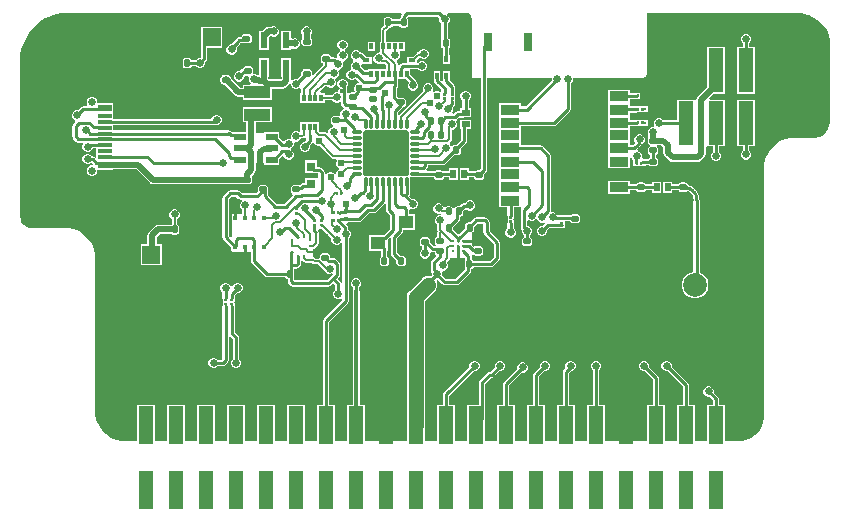
<source format=gtl>
%FSTAX23Y23*%
%MOIN*%
%SFA1B1*%

%IPPOS*%
%AMD21*
4,1,8,0.006200,0.010600,-0.006200,0.010600,-0.011800,0.005000,-0.011800,-0.005000,-0.006200,-0.010600,0.006200,-0.010600,0.011800,-0.005000,0.011800,0.005000,0.006200,0.010600,0.0*
1,1,0.011268,0.006200,0.005000*
1,1,0.011268,-0.006200,0.005000*
1,1,0.011268,-0.006200,-0.005000*
1,1,0.011268,0.006200,-0.005000*
%
%AMD22*
4,1,8,-0.010600,0.006200,-0.010600,-0.006200,-0.005000,-0.011800,0.005000,-0.011800,0.010600,-0.006200,0.010600,0.006200,0.005000,0.011800,-0.005000,0.011800,-0.010600,0.006200,0.0*
1,1,0.011268,-0.005000,0.006200*
1,1,0.011268,-0.005000,-0.006200*
1,1,0.011268,0.005000,-0.006200*
1,1,0.011268,0.005000,0.006200*
%
%AMD45*
4,1,8,-0.014600,-0.005300,0.014600,-0.005300,0.015900,-0.004000,0.015900,0.004000,0.014600,0.005300,-0.014600,0.005300,-0.015900,0.004000,-0.015900,-0.004000,-0.014600,-0.005300,0.0*
1,1,0.002661,-0.014600,-0.004000*
1,1,0.002661,0.014600,-0.004000*
1,1,0.002661,0.014600,0.004000*
1,1,0.002661,-0.014600,0.004000*
%
%AMD46*
4,1,8,-0.004000,-0.015900,0.004000,-0.015900,0.005300,-0.014600,0.005300,0.014600,0.004000,0.015900,-0.004000,0.015900,-0.005300,0.014600,-0.005300,-0.014600,-0.004000,-0.015900,0.0*
1,1,0.002661,-0.004000,-0.014600*
1,1,0.002661,0.004000,-0.014600*
1,1,0.002661,0.004000,0.014600*
1,1,0.002661,-0.004000,0.014600*
%
%ADD11C,0.020000*%
%ADD13C,0.010000*%
%ADD17C,0.008000*%
%ADD19R,0.062992X0.035433*%
%ADD20R,0.020079X0.028740*%
G04~CAMADD=21~8~0.0~0.0~236.2~212.6~56.3~0.0~15~0.0~0.0~0.0~0.0~0~0.0~0.0~0.0~0.0~0~0.0~0.0~0.0~0.0~236.2~212.6*
%ADD21D21*%
G04~CAMADD=22~8~0.0~0.0~236.2~212.6~56.3~0.0~15~0.0~0.0~0.0~0.0~0~0.0~0.0~0.0~0.0~0~0.0~0.0~0.0~90.0~212.0~236.0*
%ADD22D22*%
%ADD23C,0.009000*%
%ADD24R,0.010000X0.010000*%
%ADD25C,0.015000*%
%ADD26R,0.010000X0.010000*%
%ADD27R,0.050000X0.125197*%
%ADD28R,0.050000X0.145000*%
%ADD29R,0.031496X0.062992*%
%ADD30R,0.031496X0.031496*%
%ADD31R,0.051181X0.043307*%
%ADD32R,0.038500X0.022000*%
%ADD33R,0.028740X0.020079*%
%ADD34R,0.011000X0.010000*%
%ADD35R,0.010000X0.011000*%
%ADD36R,0.011811X0.019685*%
%ADD37R,0.023228X0.013780*%
%ADD38R,0.013780X0.023228*%
%ADD39R,0.060000X0.060000*%
%ADD40R,0.015748X0.015748*%
%ADD41R,0.086614X0.039370*%
%ADD42R,0.045275X0.023622*%
%ADD43R,0.045275X0.011811*%
%ADD44R,0.078740X0.085827*%
G04~CAMADD=45~8~0.0~0.0~318.9~106.3~13.3~0.0~15~0.0~0.0~0.0~0.0~0~0.0~0.0~0.0~0.0~0~0.0~0.0~0.0~180.0~318.0~106.0*
%ADD45D45*%
G04~CAMADD=46~8~0.0~0.0~106.3~318.9~13.3~0.0~15~0.0~0.0~0.0~0.0~0~0.0~0.0~0.0~0.0~0~0.0~0.0~0.0~180.0~106.0~318.0*
%ADD46D46*%
%ADD48R,0.023622X0.051968*%
%ADD76C,0.079000*%
%ADD77C,0.087000*%
%ADD82R,0.011811X0.023622*%
%ADD83R,0.066929X0.011811*%
%ADD84R,0.145669X0.145669*%
%ADD85C,0.025000*%
%ADD86C,0.050000*%
%ADD87C,0.015000*%
%ADD88C,0.024000*%
%ADD89C,0.010598*%
%ADD90C,0.012000*%
%ADD91C,0.030000*%
%ADD92C,0.025591*%
%ADD93C,0.025000*%
%ADD94C,0.024000*%
%ADD95C,0.050000*%
%LNesp32c3phils-1*%
%LPD*%
G36*
X03693Y04305D02*
X03696Y043D01*
X03695Y04298*
X03694Y04295*
Y04291*
X03693Y04291*
X0369Y04288*
X03688Y04285*
X03688Y04285*
X03666*
X03666Y04285*
X03664Y04288*
X03661Y04291*
X03656Y04292*
X03646*
X03642Y04291*
X03639Y04288*
X03636Y04285*
X03636Y04281*
Y04268*
X03636Y04264*
X03628Y04256*
X03626Y04253*
X03626Y0425*
Y04211*
X03623*
Y04178*
X03623Y04176*
X03619Y04172*
X03616*
X0361Y04169*
X03605Y04164*
X03602Y04158*
Y04151*
X03605Y04145*
X0361Y0414*
X03616Y04137*
X03623*
X03624Y04137*
X03626Y04136*
X0363Y04135*
X03641*
X03645Y04131*
Y0412*
X03584*
Y04115*
X03574*
X03562Y04126*
Y04132*
X03562Y04133*
X03566Y04137*
X03596*
Y04161*
X03577*
X03566Y04172*
X03563Y04174*
X03559Y04175*
X03554Y04179*
X03548Y04182*
X03541*
X03535Y04179*
X0353Y04174*
X03527Y04168*
Y04161*
X0353Y04155*
X03535Y0415*
X03535Y0415*
Y04145*
X03535Y04144*
X0353Y04139*
X03527Y04133*
Y04126*
X03529Y04122*
X03526Y04117*
X03526Y04117*
X0352Y04114*
X03515Y04109*
X03512Y04103*
Y04096*
X03515Y0409*
X0352Y04085*
X03526Y04082*
X03533*
X03539Y04085*
X03542Y04087*
X03553Y04077*
X03551Y04072*
X03545Y04069*
X0354Y04064*
X03538Y04058*
Y04051*
X0354Y04046*
X03536Y04042*
X03527*
X03523Y04041*
X0352Y04039*
X03518Y0404*
X03515Y04041*
Y0406*
X03517Y04066*
Y04073*
X03514Y04079*
X03509Y04084*
X03503Y04087*
X03496*
X0349Y04084*
X03485Y04079*
X03482Y04073*
Y04066*
X03485Y0406*
X0349Y04055*
X0349Y04054*
X03487Y04052*
X03485Y04047*
Y04047*
X03483Y04042*
X0348Y04042*
X03476*
X0347Y04039*
X03465Y04034*
X03464Y04033*
X0344*
Y04041*
X03426*
X03424Y04046*
X0344Y04062*
X03447*
X0345Y0406*
X03456Y04057*
X03463*
X03469Y0406*
X03474Y04065*
X03477Y04071*
Y04078*
X03474Y04084*
X03477Y04089*
X03479Y0409*
X03484Y04095*
X03487Y04101*
Y04108*
X03485Y04112*
X03488Y04117*
X03488Y04117*
X03494Y0412*
X03499Y04125*
X03502Y04131*
Y04138*
X035Y04142*
X03503Y04147*
X03503Y04147*
X03509Y0415*
X03514Y04155*
X03517Y04161*
Y04168*
X03514Y04174*
X03509Y04179*
X03509Y0418*
Y04185*
X03509Y04185*
X03514Y0419*
X03517Y04196*
Y04203*
X03514Y04209*
X03509Y04214*
X03503Y04217*
X03496*
X0349Y04214*
X03485Y04209*
X03482Y04203*
Y04196*
X03485Y0419*
X0349Y04185*
X0349Y04185*
Y0418*
X0349Y04179*
X03485Y04174*
X03482Y04168*
Y04161*
X03484Y04157*
X03483Y04157*
X03479Y04155*
X03479Y04155*
X03475Y04157*
X03471Y04158*
X03461*
X03461Y04162*
X03458Y04165*
X03455Y04168*
X03451Y04168*
X03438*
X03434Y04168*
X03431Y04165*
X03428Y04162*
X03427Y04158*
Y04148*
X03428Y04143*
X03431Y0414*
X03434Y04138*
X03435Y04137*
X03435Y04133*
X03402Y04099*
X03397Y04101*
Y04108*
X03396Y04112*
X03393Y04115*
X0339Y04118*
X03386Y04118*
X03373*
X03369Y04118*
X03366Y04115*
X03363Y04112*
X03362Y04108*
Y04101*
X03348Y04087*
X03348*
X03341*
X03335Y04084*
X03332Y04082*
X03327Y04084*
Y04093*
X03329*
Y04155*
X03295*
Y04093*
X03297*
Y04088*
X03294Y04085*
X03253*
X03252Y04086*
Y04093*
X03254*
Y04155*
X0322*
Y041*
X03219Y04099*
X03215*
X03214Y04099*
X03208Y04102*
X03205*
X03201Y04107*
X03202Y04108*
Y04118*
X03201Y04122*
X03198Y04125*
X03195Y04128*
X03191Y04128*
X03178*
X03174Y04128*
X03171Y04125*
X03168Y04122*
X03168Y04121*
X03166Y0412*
X03162Y04118*
X03156Y04112*
X03151*
X03145Y04109*
X0314Y04104*
X03137Y04098*
Y04091*
X0314Y04085*
X03145Y0408*
X03151Y04077*
X03158*
X03164Y0408*
X03169Y04085*
X03172Y04091*
Y04093*
X03172Y04094*
X03177Y04097*
X03178Y04097*
X03185*
X03189Y04092*
X03187Y04088*
Y04081*
X0319Y04075*
X03193Y04072*
X03191Y04067*
X03166*
Y04057*
X03158*
X03126Y04089*
X03126Y04092*
X03123Y04095*
X0312Y04098*
X03116Y04098*
X03115Y04099*
X0311Y041*
X03104Y04099*
X03103Y04098*
X03099Y04098*
X03096Y04095*
X03093Y04092*
X03092Y04088*
Y04078*
X03093Y04073*
X03096Y0407*
X03099Y04068*
X03103Y04067*
X03106*
X03141Y04031*
X03146Y04028*
X03152Y04027*
X03166*
Y04017*
X03263*
Y04054*
X033*
X03306Y04055*
X03311Y04059*
X03322Y0407*
X03325Y04069*
X03327Y04068*
Y04066*
X0333Y0406*
X03335Y04055*
X03341Y04052*
X03348*
X03354Y04055*
X03356Y04056*
X03359Y04055*
X03361Y04054*
Y04041*
X03359*
Y04007*
X0344*
Y04015*
X03465*
X03465Y04015*
X0347Y0401*
X03476Y04007*
X03483*
X03489Y0401*
X0349Y0401*
X03494Y04008*
Y04005*
X03495Y04001*
X03497Y03997*
X03503Y03991*
X03503Y03988*
X03502Y03986*
X035Y03985*
X03495Y0398*
X03492Y03973*
Y03966*
X03493Y03965*
X03489Y03962*
X03487Y03963*
X03483Y03963*
X03471*
X03467Y03963*
X03463Y0396*
X03461Y03957*
X0346Y03953*
Y03943*
X03461Y03938*
X03463Y03935*
X03467Y03933*
X03469Y03932*
X03469Y03927*
X03466*
X0346Y03924*
X03455Y03919*
X03452Y03913*
Y03907*
X03449Y03905*
X03447Y03905*
X03446Y03906*
X03443Y03908*
X0344Y03909*
X03423*
X0342Y03912*
Y03923*
X0342Y03924*
Y03942*
X03359*
Y03912*
X03354Y03909*
X03348Y03912*
X03341*
X03335Y03909*
X0333Y03904*
X03327Y03898*
Y03891*
X03327Y03891*
X03323Y03887*
X03323Y03887*
X03316*
X0331Y03884*
X03305Y03879*
X033Y03878*
X03288Y03891*
Y03908*
X03239*
Y03905*
X0321*
Y03942*
X03263*
Y03992*
X03166*
Y03942*
X03179*
Y03908*
X03157*
X03156Y03908*
X0313*
X03127Y03912*
X03123Y03914*
X0312Y03915*
X03119Y03915*
X02734*
Y03934*
X03072*
X03072Y03934*
X03076Y03932*
X03083*
X03089Y03935*
X03094Y0394*
X03097Y03946*
Y03953*
X03094Y03959*
X03089Y03964*
X03083Y03967*
X03076*
X0307Y03964*
X03065Y03959*
X03062Y03954*
X02734*
Y04006*
X02682*
Y04012*
X0268Y04018*
X02675Y04023*
X02668Y04026*
X02661*
X02654Y04023*
X02649Y04018*
X02647Y04012*
Y04005*
X02649Y04*
X02646Y03995*
X02635*
X02631Y03994*
X02627Y03992*
X02618Y03982*
X02611*
X02605Y03979*
X026Y03974*
X02597Y03968*
Y03961*
X026Y03955*
X02605Y0395*
X02607Y03949*
X02608Y03943*
X02602Y03937*
X026Y03933*
X02599Y0393*
Y03895*
X026Y03891*
X02602Y03887*
X02612Y03877*
X02615Y03875*
X02619Y03874*
X02633*
X02635Y03869*
X02635Y03869*
X02632Y03863*
Y03856*
X02635Y0385*
X0264Y03845*
X02646Y03842*
X02653*
X02659Y03845*
X02664Y0385*
X02666Y03855*
X02679*
Y03826*
X02675Y03824*
X02674Y03825*
X0267Y03827*
X02666Y03828*
X02665*
X02664Y03829*
X02659Y03834*
X02653Y03837*
X02646*
X0264Y03834*
X02635Y03829*
X02632Y03823*
Y03816*
X02635Y0381*
X0264Y03805*
X02646Y03802*
X02653*
X02659Y03805*
X02662Y03807*
X02662*
X02666Y03804*
X02664Y03799*
X02661*
X02654Y03796*
X02649Y03791*
X02647Y03784*
Y03777*
X02649Y03771*
X02654Y03766*
X02661Y03763*
X02668*
X02675Y03766*
X0268Y03771*
X02682Y03777*
Y03783*
X02734*
Y03785*
X02813*
X02857Y03741*
X02862Y03737*
X02868Y03736*
X03171*
X03173Y03736*
X03186*
X0319Y03736*
X03193Y03739*
X03196Y03742*
X03197Y03746*
Y03752*
X03197Y03752*
Y03762*
X03205Y03771*
X03209Y03776*
X0321Y03782*
Y03805*
X03239*
Y03801*
X03288*
Y03818*
X03298Y03828*
X03304Y03827*
X03305Y03825*
X0331Y0382*
X03316Y03817*
X03323*
X03329Y0382*
X03334Y03825*
X03337Y03831*
Y03838*
X03334Y03844*
X03329Y03849*
X03329Y0385*
Y03855*
X03329Y03855*
X03334Y0386*
X03337Y03866*
Y03873*
X03337Y03873*
X03341Y03877*
X03341Y03877*
X03348*
X03354Y0388*
X03359Y03885*
X03361Y03888*
X03365*
X03369Y03888*
X03372Y0389*
X03374Y03893*
X03379Y03891*
Y03883*
X03374Y03877*
X03371*
X03365Y03874*
X0336Y03869*
X03357Y03863*
Y03856*
X0336Y0385*
X03365Y03845*
X03371Y03842*
X03378*
X03384Y03845*
X03389Y0385*
X03392Y03856*
Y03863*
X03391Y03866*
X03397Y03871*
X03398Y03874*
X03402Y03874*
X03404Y03873*
X03405Y0387*
X0341Y03865*
X03416Y03863*
X03423*
X03423Y03863*
X03463Y03823*
X03466Y03821*
X03469Y0382*
X03479*
X03481Y03815*
X0348Y03814*
X03478Y03808*
Y03801*
X0348Y03795*
X03485Y0379*
X03486Y0379*
Y03784*
X03485Y03784*
X0348Y03779*
X03478Y03773*
Y03773*
X03473Y03771*
X03469Y03774*
X03463Y03777*
X03456*
X0345Y03774*
X03445Y03769*
X03445Y03768*
X0344Y03769*
Y03775*
X03439Y03778*
X03437Y03782*
X03428Y0379*
X03425Y03793*
X03421Y03793*
X03415*
Y03815*
X03374*
Y03773*
X03404*
X03405Y03773*
X03416*
X03419Y0377*
Y03758*
X03415Y03756*
X03374*
Y03739*
X03367*
X03363Y03738*
X0336Y03736*
X03357Y03733*
X03352*
X0335Y03733*
X03338*
X03334Y03733*
X0333Y0373*
X03328Y03727*
X03327Y03723*
Y03713*
X03328Y03708*
X0333Y03705*
X03332Y03704*
X03333Y03699*
X03333Y03698*
X03305Y0367*
X03279*
X0325Y03699*
Y03707*
X03251Y03708*
X03252Y03713*
Y03723*
X03251Y03727*
X03248Y0373*
X03245Y03733*
X03241Y03733*
X03228*
X03224Y03733*
X03221Y0373*
X03218Y03727*
X03217Y03723*
Y03713*
X03218Y03712*
X0321Y03705*
X03164*
X03157Y03712*
X03153Y03714*
X0315Y03715*
X03125*
X03121Y03714*
X03117Y03712*
X03102Y03697*
X031Y03693*
X03099Y0369*
Y0356*
X031Y03556*
X03102Y03553*
X03129Y03526*
Y03514*
X0313*
Y0351*
X03194*
Y0348*
X03195Y03476*
X03197Y03472*
X03241Y03428*
X03245Y03426*
X03248Y03425*
X03308*
X03308Y03425*
X0331Y03422*
X03313Y03419*
X03316Y03419*
Y03413*
X03317Y03409*
X03319Y03405*
X03327Y03397*
X03331Y03395*
X03335Y03394*
X03452*
X03456Y03395*
X03459Y03397*
X03468Y03406*
X03474Y034*
Y03384*
X0347Y03379*
X03467Y03373*
Y03366*
X0347Y0336*
X03475Y03355*
X03481Y03352*
X03488*
X03494Y03354*
X03498Y03352*
X03499Y03352*
X03499Y03348*
X03437Y03287*
X03435Y03283*
X03434Y0328*
Y03*
X03415*
Y0288*
X03375*
Y03*
X03315*
Y0288*
X03275*
Y03*
X03215*
Y0288*
X03175*
Y03*
X03115*
Y0288*
X03075*
Y03*
X03015*
Y0288*
X02975*
Y03*
X02915*
Y0288*
X02875*
Y03*
X02815*
Y0288*
X02775*
X02765*
X02745Y02883*
X02727Y02891*
X02711Y02902*
X02697Y02916*
X02686Y02932*
X02678Y0295*
X02675Y0297*
Y0298*
Y0349*
X02674Y03499*
X0267Y03519*
X02663Y03537*
X02652Y03553*
X02638Y03567*
X02622Y03578*
X02604Y03585*
X02584Y03589*
X02575Y0359*
X02461*
X02453Y03591*
X02446Y03594*
X02439Y03598*
X02433Y03604*
X02429Y03611*
X02426Y03618*
X02425Y03625*
X02425Y04145*
X02425Y04146*
Y04156*
X02425Y04164*
X02429Y04186*
X02436Y04207*
X02446Y04227*
X02458Y04245*
X02473Y04262*
X02489Y04276*
X02508Y04288*
X0252Y04294*
X02526Y04297*
X02545Y04302*
X02565Y04305*
X02575*
X03693*
G37*
G36*
X0387Y04031D02*
X0386D01*
Y04038*
X0387*
Y04031*
G37*
G36*
X03845D02*
X03835D01*
Y04038*
X03845*
Y04031*
G37*
G36*
X0387Y04017D02*
X0386D01*
Y04025*
X0387*
Y04017*
G37*
G36*
X03845D02*
X03835D01*
Y04025*
X03845*
Y04017*
G37*
G36*
X05025Y04305D02*
X05034D01*
X05034Y04304*
X05053Y04298*
X05072Y04289*
X0509Y04277*
X05105Y04263*
X05113Y04252*
X05121Y04234*
X05125Y04214*
Y04205*
Y03945*
Y03939*
X05122Y03928*
X05118Y03918*
X05112Y03909*
X05105Y03902*
X05096Y03896*
X05086Y03892*
X05075Y0389*
X0507*
X05005*
X04995Y03889*
X04975Y03885*
X04957Y03878*
X04941Y03867*
X04927Y03853*
X04916Y03837*
X04909Y03819*
X04905Y03799*
X04905Y0379*
Y02965*
Y02956*
X04901Y0294*
X04895Y02924*
X04886Y0291*
X04874Y02898*
X0486Y02889*
X04844Y02883*
X04828Y0288*
X0482*
X04775*
Y03*
X04755*
Y0302*
X04754Y03023*
X04752Y03027*
X04737Y03041*
Y03048*
X04734Y03054*
X04729Y03059*
X04723Y03062*
X04716*
X0471Y03059*
X04705Y03054*
X04702Y03048*
Y03041*
X04705Y03035*
X0471Y0303*
X04716Y03027*
X04723*
X04734Y03015*
Y03*
X04715*
Y0288*
X04675*
Y03*
X04655*
Y03065*
X04654Y03068*
X04652Y03072*
X04597Y03126*
Y03133*
X04594Y03139*
X04589Y03144*
X04583Y03147*
X04576*
X0457Y03144*
X04565Y03139*
X04562Y03133*
Y03126*
X04565Y0312*
X0457Y03115*
X04576Y03112*
X04583*
X04634Y0306*
Y03*
X04615*
Y0288*
X04575*
Y03*
X04555*
Y0309*
X04554Y03093*
X04552Y03097*
X04522Y03126*
Y03133*
X04519Y03139*
X04514Y03144*
X04508Y03147*
X04501*
X04495Y03144*
X0449Y03139*
X04487Y03133*
Y03126*
X0449Y0312*
X04495Y03115*
X04501Y03112*
X04508*
X04534Y03085*
Y03*
X04515*
Y0288*
X04375*
Y03*
X04355*
Y03115*
X04359Y0312*
X04362Y03126*
Y03133*
X04359Y03139*
X04354Y03144*
X04348Y03147*
X04341*
X04335Y03144*
X0433Y03139*
X04327Y03133*
Y03126*
X0433Y0312*
X04334Y03115*
Y03*
X04315*
Y0288*
X04275*
Y03*
X04255*
Y03106*
X0426Y03112*
X04263*
X04269Y03115*
X04274Y0312*
X04277Y03126*
Y03133*
X04274Y03139*
X04269Y03144*
X04263Y03147*
X04256*
X0425Y03144*
X04245Y03139*
X04242Y03133*
Y03126*
X04243Y03123*
X04237Y03118*
X04235Y03114*
X04234Y0311*
Y03*
X04215*
Y0288*
X04175*
Y03*
X04155*
Y03095*
X04171Y03112*
X04178*
X04184Y03115*
X04189Y0312*
X04192Y03126*
Y03133*
X04189Y03139*
X04184Y03144*
X04178Y03147*
X04171*
X04165Y03144*
X0416Y03139*
X04157Y03133*
Y03126*
X04137Y03107*
X04135Y03103*
X04134Y031*
Y03*
X04115*
Y0288*
X04075*
Y03*
X04055*
Y03065*
X04096Y03107*
X04103*
X04109Y0311*
X04114Y03115*
X04117Y03121*
Y03128*
X04114Y03134*
X04109Y03139*
X04103Y03142*
X04096*
X0409Y03139*
X04085Y03134*
X04082Y03128*
Y03121*
X04037Y03077*
X04035Y03073*
X04034Y0307*
Y03*
X04015*
Y0288*
X03975*
Y02951*
X03975Y02952*
Y0307*
X03995Y0309*
X03996*
X03999Y03091*
X04003Y03093*
X04021Y03112*
X04028*
X04034Y03115*
X04039Y0312*
X04042Y03126*
Y03133*
X04039Y03139*
X04034Y03144*
X04028Y03147*
X04021*
X04015Y03144*
X0401Y03139*
X04007Y03133*
Y03126*
X03991Y03111*
X03991*
X03987Y0311*
X03983Y03108*
X03957Y03082*
X03955Y03078*
X03954Y03075*
Y03*
X03915*
Y0288*
X03875*
Y03*
X03855*
Y0303*
X03936Y03112*
X03943*
X03949Y03115*
X03954Y0312*
X03957Y03126*
Y03133*
X03954Y03139*
X03949Y03144*
X03943Y03147*
X03936*
X0393Y03144*
X03925Y03139*
X03922Y03133*
Y03126*
X03837Y03042*
X03835Y03038*
X03834Y03035*
Y03*
X03815*
Y0288*
X03775*
Y0293*
X03775Y02932*
Y03347*
X03806Y03378*
X03811Y03384*
X03814Y03392*
X03815Y034*
X03814Y03407*
X03813Y0341*
X03815Y03415*
X03819Y03415*
X03832Y03402*
X03836Y034*
X0384Y03399*
X0388*
X03883Y034*
X03887Y03402*
X03923Y03439*
X03926Y03442*
X03926Y03446*
Y03452*
X03926*
X03931Y03453*
X03934Y03456*
X03936Y03459*
X03936Y03459*
X03995*
X03998Y0346*
X04002Y03462*
X04022Y03482*
X04024Y03486*
X04025Y0349*
Y0354*
X04024Y03543*
X04022Y03547*
X0399Y03579*
Y03609*
X03989Y03613*
X03987Y03616*
X03981Y03622*
X03978Y03624*
X03974Y03625*
X03945*
X03941Y03624*
X03938Y03622*
X03924Y03608*
X03918*
X03913Y03607*
X0391Y03605*
X03908Y03601*
X03907Y03597*
Y03588*
X03888Y0357*
X03884*
X03868Y03585*
Y03593*
X03888Y03613*
X03891Y03617*
X03891Y03621*
Y03627*
X03891*
X03896Y03628*
X03899Y03631*
X03901Y03634*
X03902Y03638*
Y03647*
X03907Y03651*
X03913*
X03915Y0365*
X03921Y03647*
X03928*
X03934Y0365*
X03939Y03655*
X03942Y03661*
Y03668*
X03939Y03674*
X03934Y03679*
X03928Y03682*
X03921*
X03915Y03679*
X0391Y03674*
X03909Y03672*
X03903*
X03899Y03671*
X03896Y03669*
X03888Y03662*
X03881*
X03877Y03661*
X03874Y03658*
X03872Y03656*
X03871Y03656*
X03868*
X03867Y03656*
X03865Y03658*
X03862Y03661*
X03858Y03662*
X03848*
X03843Y03661*
X03842Y03659*
X03837Y03661*
X03836Y03661*
X03834Y03664*
X03829Y03669*
X03823Y03672*
X03816*
X0381Y03669*
X03805Y03664*
X03802Y03658*
Y03651*
X03805Y03645*
X0381Y0364*
X03816Y03637*
X03823*
X03825Y03638*
X03826Y03637*
X03824Y03632*
X03821*
X03815Y03629*
X0381Y03624*
X03807Y03618*
Y03611*
X0381Y03605*
X03815Y036*
X03815Y03599*
Y03582*
X03816Y03579*
X03815Y03576*
Y03562*
X03814Y03561*
X03811Y03559*
X03808Y03556*
X03807Y03551*
Y03541*
X03808Y03537*
X03811Y03534*
X03812Y03533*
X0381Y03528*
X03805*
X03792Y03541*
Y03548*
X03791Y03552*
X03789Y03555*
X03785Y03558*
X03781Y03558*
X03769*
X03765Y03558*
X03761Y03555*
X03759Y03552*
X03758Y03548*
Y03538*
X03759Y03533*
X03761Y0353*
X03765Y03528*
Y03519*
X0376Y03514*
X03757Y03508*
Y03501*
X0376Y03495*
X03765Y0349*
X03771Y03487*
X03778*
X03784Y0349*
X03789Y03495*
X03792Y03501*
Y03506*
X03797Y03509*
X03797Y03508*
X03801Y03508*
X03807*
Y03508*
X03808Y03503*
X03811Y035*
X0381Y03494*
X03797Y03482*
X03795Y03478*
X03794Y03475*
Y03448*
X03795Y03444*
X03797Y03441*
X03798Y0344*
X03797Y03438*
Y03431*
X03794Y03428*
X03792Y03429*
X03785Y0343*
X03777Y03429*
X03769Y03426*
X03763Y03421*
X03723Y03381*
X03718Y03375*
X03715Y03367*
X03714Y0336*
Y02932*
X03715Y0293*
Y0288*
X03575*
Y03*
X03556*
Y0338*
X03555Y03384*
X03555Y03384*
X03555Y03385*
Y0339*
X03559Y03395*
X03562Y03401*
Y03408*
X03559Y03414*
X03554Y03419*
X03548Y03422*
X03541*
X03535Y03419*
X0353Y03414*
X03527Y03408*
Y03401*
X0353Y03395*
X03534Y0339*
Y03385*
X03534Y03384*
X03534Y03384*
X03533Y0338*
Y03*
X03515*
Y0288*
X03475*
Y03*
X03455*
Y03275*
X03517Y03337*
X03519Y03341*
X0352Y03345*
Y03555*
X03524Y0356*
X03527Y03566*
Y03573*
X03524Y03579*
X03519Y03584*
X03517Y03585*
Y03592*
X03516Y03596*
X03514Y036*
X03511Y03602*
X03512Y03604*
X03513Y03607*
X03517Y03609*
X03517Y03609*
X03555*
X03558Y0361*
X03562Y03612*
X03589Y03639*
X03605*
X03608Y0364*
X03612Y03642*
X03639Y0367*
X03644Y03668*
Y03649*
X03645Y03645*
X03647Y03642*
X03657Y03632*
Y03587*
X03636Y03566*
X03635Y03566*
X03589*
Y03512*
X03629*
Y03495*
X03626Y03493*
X03624Y0349*
X03623Y03486*
Y03473*
X03624Y03469*
X03626Y03466*
X03629Y03463*
X03634Y03462*
X03644*
X03648Y03463*
X03651Y03466*
X03654Y03469*
X03654Y03473*
Y03486*
X03654Y0349*
X03651Y03493*
X03649Y03495*
Y03512*
X0365*
Y03551*
X03657Y03558*
X03662Y03556*
Y03503*
X03662Y035*
X03665Y03496*
X03679Y03482*
Y03473*
X0368Y03469*
X03682Y03466*
X03686Y03463*
X0369Y03462*
X037*
X03704Y03463*
X03707Y03466*
X0371Y03469*
X03711Y03473*
Y03486*
X0371Y0349*
X03707Y03493*
X03704Y03496*
X037Y03497*
X03693*
X03682Y03508*
Y03555*
X03699Y03572*
X03701Y03575*
X03702Y03579*
Y03583*
X03741*
Y03637*
X03722*
Y03651*
X03725Y03653*
X03727Y03654*
X03731Y03652*
X03738*
X03744Y03655*
X03749Y0366*
X03752Y03666*
Y03673*
X03749Y03679*
X03744Y03684*
X03738Y03687*
X03731*
X03721Y03697*
X03723Y03699*
X03724Y03703*
Y03727*
X03724Y03729*
Y03743*
X03724Y03743*
X03724Y03743*
Y03756*
X03725Y03759*
X03728Y0376*
X0374*
X03741Y0376*
X03803*
X03803Y03757*
X03806Y03754*
X03809Y03751*
X03813Y03751*
X03826*
X0383Y03751*
X03833Y03754*
X03836Y03757*
X03836Y0376*
X03854*
Y03749*
X03884*
Y03788*
X03854*
Y03781*
X0383*
X0383Y03781*
X03826Y03782*
X03813*
X03809Y03781*
X03809Y03781*
X03781*
X03779Y03786*
X03782Y03789*
X03784Y03792*
X03785Y03796*
Y038*
X03835*
X03839Y03801*
X03842Y03803*
X03872Y03833*
X03873Y03832*
X03883*
X03887Y03833*
X0389Y03836*
X03893Y03839*
X03893Y03843*
Y03854*
X03912Y03872*
X03914Y03876*
X03915Y0388*
Y03921*
X03929*
Y03951*
X0389*
Y03921*
X03894*
Y03884*
X03877Y03867*
X03873*
X03868Y03866*
X03865Y03863*
X03865Y03863*
X03859Y03864*
X03859Y03864*
X03857Y03867*
X03857Y03867*
X03856Y03873*
X03857Y03874*
X03861Y03878*
X03863Y03881*
X03864Y03885*
Y03917*
X03868*
X03874Y0392*
X03879Y03925*
X03882Y03931*
Y03938*
X03879Y03944*
X03879Y03945*
X03879Y03946*
X0388Y03951*
X03882Y03952*
X03887Y03957*
X03903*
X03904Y03958*
X03929*
Y03988*
X0392*
Y04015*
X03924Y0402*
X03927Y04026*
Y04033*
X03924Y04039*
X03919Y04044*
X03913Y04047*
X03906*
X039Y04044*
X03895Y04039*
X03892Y04033*
Y04026*
X03895Y0402*
X03899Y04015*
Y03988*
X0389*
Y03978*
X03883*
X03879Y03977*
X03875Y03975*
X03871Y0397*
X03867Y0397*
X03867Y03971*
X03865Y03975*
X03867Y03981*
Y03988*
X03866Y03991*
X03872Y03996*
X03874Y04*
X03875Y04004*
Y04014*
X03875Y04014*
Y04024*
X03874Y04028*
X03875Y04029*
Y04038*
X03875Y04039*
Y0406*
X03874Y04063*
X03872Y04067*
X03856Y04082*
Y04112*
X03834*
Y041*
X03834Y041*
Y04097*
X03834Y04096*
X03834Y04095*
Y04081*
X0383Y04079*
X03829Y04079*
X03825Y04084*
Y041*
X03825Y041*
Y04112*
X03803*
Y04097*
X03803Y04096*
X03803Y04095*
Y04082*
X03804*
Y0408*
X03805Y04076*
X03807Y04072*
X03829Y0405*
X03829Y04046*
X03824Y04044*
X03824Y04044*
X03818Y04047*
X03811*
X03805Y04044*
X03804Y04043*
X038Y04046*
X03802Y04051*
Y04058*
X03799Y04064*
X03794Y04069*
X03788Y04072*
X03781*
X03775Y04069*
X0377Y04064*
X03767Y04058*
Y04051*
X03769Y04046*
X03689Y03966*
X03684Y03967*
X03684Y03967*
Y03975*
X03701Y03992*
X03705Y03993*
X03708Y03995*
X03711Y03998*
X03712Y04003*
Y04013*
X03711Y04017*
X03708Y0402*
X03705Y04023*
X03701Y04023*
X03688*
X03687Y04023*
X0368Y0403*
Y04055*
X03682Y04057*
X03684Y04061*
X03685Y04065*
Y04086*
X03711*
X03721Y04076*
X0372Y04074*
X03717Y04068*
Y04061*
X0372Y04055*
X03725Y0405*
X03731Y04047*
X03738*
X03744Y0405*
X03749Y04055*
X03752Y04061*
Y04068*
X03749Y04074*
X03744Y04079*
X03744Y04079*
X03744Y04081*
X03742Y04085*
X03725Y04101*
Y04119*
X0375*
X03755Y04115*
X03761Y04112*
X03768*
X03774Y04115*
X03779Y0412*
X03782Y04126*
Y04133*
X03779Y04139*
X03774Y04144*
X03768Y04147*
X03761*
X03755Y04144*
X03752Y04141*
X03747Y04143*
X03747Y04148*
X03756Y04157*
X03757*
X0376Y04155*
X03766Y04152*
X03773*
X03779Y04155*
X03784Y0416*
X03787Y04166*
Y04173*
X03784Y04179*
X03779Y04184*
X03773Y04187*
X03766*
X0376Y04184*
X03755Y04179*
X03753Y04175*
X03752*
X03749Y04175*
X03746Y04173*
X03734Y04161*
X03713*
Y0414*
X037*
X03696Y04139*
X03693Y04137*
X03688Y04133*
X03683Y04135*
Y04135*
X03683Y04138*
X03681Y04141*
X0368Y04142*
X03681Y04148*
X03684Y0415*
X03689Y04155*
X03692Y04161*
Y04168*
X0369Y04173*
X03692Y04178*
X03706*
Y04211*
X03644*
Y04246*
X03652Y04254*
X03654Y04257*
X03654Y04257*
X03656*
X03661Y04258*
X03664Y04261*
X03666Y04264*
X03666Y04264*
X03688*
X03688Y04264*
X0369Y04261*
X03693Y04258*
X03698Y04257*
X03708*
X03712Y04258*
X03715Y04261*
X03718Y04264*
X03718Y04268*
Y04281*
X03718Y04285*
X03715Y04288*
X03717Y04293*
X03719Y04294*
X03815*
X03822Y04288*
Y04281*
X03825Y04275*
X03829Y0427*
Y04216*
X03828Y04215*
X03828Y04211*
Y04198*
X03828Y04194*
X03831Y04191*
X03834Y04188*
Y04153*
X03834Y04152*
Y04137*
X03856*
Y04167*
X03855*
Y0419*
X03856Y04191*
X03858Y04194*
X03859Y04198*
Y04211*
X03858Y04215*
X03856Y04218*
X03853Y04221*
X0385Y04221*
Y0427*
X03854Y04275*
X03857Y04281*
Y04288*
X03854Y04294*
X03849Y04299*
X03849Y043*
X0385Y04305*
X03915*
X03917*
X03923Y04302*
X03927Y04298*
X03929Y04294*
X0393Y0429*
Y0429*
Y041*
X0393Y04098*
X03931Y04094*
X03934Y04091*
X03938Y0409*
X0394Y0409*
X03962*
Y03788*
X03956Y03782*
X03948*
X03944Y03781*
X03942Y0378*
X0392*
Y03788*
X0389*
Y03749*
X0392*
Y03759*
X03938*
X03938Y03757*
X03941Y03754*
X03944Y03751*
X03948Y03751*
X03961*
X03965Y03751*
X03968Y03754*
X03971Y03757*
X03972Y03761*
Y03769*
X03979Y03777*
X03981Y0378*
X03982Y03784*
Y0409*
X04196*
X04197Y04088*
Y04081*
X0411Y03995*
X04095*
Y04007*
X04022*
Y03962*
Y03918*
Y03875*
Y03832*
Y03788*
Y03745*
Y03702*
Y03659*
X04049*
Y0363*
X0405Y03629*
Y03619*
X0405Y03618*
X0405Y03614*
Y03605*
X04049Y03605*
Y03589*
X04045Y03584*
X04042Y03578*
Y03571*
X04045Y03565*
X0405Y0356*
X04056Y03557*
X04063*
X04069Y0356*
X04074Y03565*
X04077Y03571*
Y03578*
X04074Y03584*
X0407Y03589*
Y03605*
X0407Y03605*
Y03614*
X04069Y03618*
X0407Y03619*
Y03629*
X0407Y0363*
Y03659*
X04093*
X04095Y03654*
X04095Y03653*
X04094Y0365*
Y0359*
X04095Y03586*
X04097Y03583*
Y03576*
X041Y0357*
X04104Y03565*
Y0356*
X04104Y0356*
X04101Y03557*
X04098Y03554*
X04097Y03549*
Y0354*
X04098Y03535*
X04101Y03532*
X04104Y03529*
X04108Y03529*
X04121*
X04125Y03529*
X04128Y03532*
X04131Y03535*
X04132Y0354*
Y03549*
X04131Y03554*
X04128Y03557*
X04125Y0356*
X04125Y0356*
Y03565*
X04129Y0357*
X04132Y03576*
Y03583*
X04129Y03589*
X04124Y03594*
X04118Y03597*
X04115*
Y03613*
X04119Y03615*
X0412Y03615*
X04126Y03612*
X04133*
X04139Y03615*
X04143Y03618*
X04148Y03618*
X04149Y03617*
X0415Y03615*
X04155Y0361*
X04161Y03607*
X04168*
X04172Y03609*
X04175Y03605*
X04168Y03597*
X04161*
X04155Y03594*
X0415Y03589*
X04147Y03583*
Y03576*
X0415Y0357*
X04155Y03565*
X04161Y03562*
X04168*
X04174Y03565*
X04179Y0357*
X04182Y03576*
Y03583*
X04188Y03588*
X0423*
X0423Y03589*
X0424*
Y03598*
X0424Y03599*
X0424Y03599*
Y03609*
X04241Y03613*
X04258*
X04258Y03612*
X04261Y03609*
X04264Y03606*
X04268Y03606*
X04281*
X04285Y03606*
X04288Y03609*
X04291Y03612*
X04292Y03616*
Y03626*
X04291Y03631*
X04288Y03634*
X04285Y03636*
X04281Y03637*
X04268*
X04264Y03636*
X04261Y03634*
X0426Y03633*
X0424*
Y03634*
X0422*
Y03633*
X04215*
X04214Y03634*
X04209Y03639*
X04203Y03642*
X04199*
X04195Y03644*
X04195Y03647*
Y0383*
X04194Y03833*
X04192Y03837*
X04167Y03862*
X04163Y03864*
X0416Y03865*
X04095*
Y03929*
X04205*
X04208Y0393*
X04212Y03932*
X04257Y03977*
X04259Y03981*
X0426Y03985*
Y0407*
X04264Y04075*
X04267Y04081*
Y04088*
X04268Y0409*
X045*
X04502Y0409*
X04508Y04092*
X04512Y04096*
X04514Y04102*
X04515Y04105*
Y04305*
X05025*
G37*
G36*
X03707Y03915D02*
X03709Y03915D01*
X03715*
X03718Y03913*
X0372Y0391*
Y03904*
X0372Y03902*
X03721Y03899*
X0372Y03895*
X0372Y03893*
Y03885*
X0372Y03882*
X03721Y03879*
X0372Y03875*
X0372Y03873*
Y03865*
X0372Y03863*
X03722Y0386*
Y03858*
X0372Y03856*
X0372Y03853*
Y03845*
X0372Y03843*
X03721Y0384*
X0372Y03836*
X0372Y03834*
Y03826*
X0372Y03823*
X03722Y03821*
Y03819*
X0372Y03816*
X0372Y03814*
Y03806*
X0372Y03804*
X03721Y038*
X0372Y03797*
X0372Y03794*
Y03786*
X0372Y03784*
X03721Y0378*
X0372Y03777*
X0372Y03775*
Y03769*
X03718Y03766*
X03715Y03764*
X03709*
X03707Y03764*
X03705Y03762*
X03702*
X037Y03764*
X03698Y03764*
X0369*
X03687Y03764*
X03685Y03762*
X03683*
X0368Y03764*
X03678Y03764*
X0367*
X03668Y03764*
X03665Y03762*
X03663*
X03661Y03764*
X03658Y03764*
X0365*
X03648Y03764*
X03646Y03762*
X03643*
X03641Y03764*
X03639Y03764*
X03631*
X03628Y03764*
X03626Y03762*
X03624*
X03621Y03764*
X03619Y03764*
X03611*
X03609Y03764*
X03606Y03762*
X03604*
X03602Y03764*
X03599Y03764*
X03591*
X03589Y03764*
X03587Y03762*
X03584*
X03582Y03764*
X0358Y03764*
X03574*
X03571Y03766*
X03569Y03769*
Y03775*
X03569Y03777*
X03568Y0378*
X03569Y03784*
X03569Y03786*
Y03794*
X03569Y03797*
X03568Y038*
X03569Y03804*
X03569Y03806*
Y03814*
X03569Y03816*
X03567Y03819*
Y03821*
X03569Y03823*
X03569Y03826*
Y03834*
X03569Y03836*
X03568Y0384*
X03569Y03843*
X03569Y03845*
Y03853*
X03569Y03856*
X03567Y03858*
Y0386*
X03569Y03863*
X03569Y03865*
Y03873*
X03569Y03875*
X03568Y03879*
X03569Y03882*
X03569Y03885*
Y03893*
X03569Y03895*
X03568Y03899*
X03569Y03902*
X03569Y03904*
Y0391*
X03571Y03913*
X03574Y03915*
X0358*
X03582Y03915*
X03584Y03917*
X03587*
X03589Y03915*
X03591Y03915*
X03599*
X03602Y03915*
X03604Y03917*
X03606*
X03609Y03915*
X03611Y03915*
X03619*
X03621Y03915*
X03624Y03917*
X03626*
X03628Y03915*
X03631Y03915*
X03639*
X03641Y03915*
X03643Y03917*
X03646*
X03648Y03915*
X0365Y03915*
X03658*
X03661Y03915*
X03663Y03917*
X03665*
X03668Y03915*
X0367Y03915*
X03678*
X0368Y03915*
X03683Y03917*
X03685*
X03687Y03915*
X0369Y03915*
X03698*
X037Y03915*
X03702Y03917*
X03705*
X03707Y03915*
G37*
G36*
X03498Y037D02*
X03491D01*
Y0371*
X03498*
Y037*
G37*
G36*
X03485Y03709D02*
Y03705D01*
Y03701*
Y037*
X03477*
Y0371*
X03485*
Y03709*
G37*
G36*
X0335Y0365D02*
X0334D01*
Y03658*
X0335*
Y0365*
G37*
G36*
Y03637D02*
X0334D01*
Y03644*
X0335*
Y03637*
G37*
G36*
X03488Y03635D02*
X03481D01*
Y03645*
X03488*
Y03635*
G37*
G36*
X03475Y03644D02*
Y0364D01*
Y03636*
Y03635*
X03467*
Y03645*
X03475*
Y03644*
G37*
G36*
X04065Y03621D02*
X04055D01*
Y03628*
X04065*
Y03621*
G37*
G36*
X04235Y03616D02*
X04225D01*
Y03623*
X04235*
Y03616*
G37*
G36*
X03488Y0361D02*
X03481D01*
Y0362*
X03488*
Y0361*
G37*
G36*
X03475Y03619D02*
Y03615D01*
Y03611*
Y0361*
X03467*
Y0362*
X03475*
Y03619*
G37*
G36*
X03435Y0361D02*
X03425D01*
Y03618*
X03435*
Y0361*
G37*
G36*
X0341D02*
X034D01*
Y03618*
X0341*
Y0361*
G37*
G36*
X04065Y03607D02*
X04055D01*
Y03615*
X04065*
Y03607*
G37*
G36*
X04235Y03602D02*
X04225D01*
Y0361*
X04235*
Y03602*
G37*
G36*
X03435Y03597D02*
X03425D01*
Y03604*
X03435*
Y03597*
G37*
G36*
X0341D02*
X034D01*
Y03604*
X0341*
Y03597*
G37*
G36*
X03969Y03575D02*
X0397Y03571D01*
X03972Y03567*
X04004Y03535*
Y03494*
X0399Y0348*
X03936*
X03936Y0348*
X03934Y03483*
X03931Y03485*
X0393Y0349*
Y035*
X0393Y03501*
X03935Y03502*
X03936Y035*
X03939Y03498*
X03944Y03497*
X03956*
X0396Y03498*
X03964Y035*
X03966Y03503*
X03967Y03508*
Y03518*
X03966Y03522*
X03964Y03525*
X0396Y03528*
X03956Y03528*
X03944*
X03939Y03528*
X03937Y03526*
X0393Y03534*
Y0357*
X0393Y03574*
X03932Y03575*
X03935Y03577*
X03938Y03581*
X03938Y03585*
Y03593*
X03949Y03604*
X03969*
Y03575*
G37*
G36*
X03152Y03687D02*
X03156Y03685D01*
X0316Y03684*
X03164*
X03165Y03679*
Y03679*
X0316Y03674*
X03157Y03668*
Y03661*
X0316Y03655*
X03165Y0365*
X03165Y0365*
Y03635*
X03161*
Y03635*
X0313*
Y03561*
X03125Y03559*
X0312Y03564*
Y03685*
X03129Y03694*
X03145*
X03152Y03687*
G37*
G36*
X03907Y0348D02*
X03906Y0348D01*
X03906Y03476*
Y03463*
X03906Y03461*
Y0345*
X03875Y0342*
X03844*
X03832Y03431*
Y03438*
X0383Y03442*
X03833Y03447*
X03838*
X03844Y0345*
X03849Y03455*
X03852Y03461*
Y03468*
X03849Y03474*
X03848Y03475*
X03855Y03482*
X03857Y03485*
X03857Y03488*
Y0349*
X03907*
Y0348*
G37*
G36*
X0337Y03477D02*
X03373Y03475D01*
X03376Y03474*
X03397*
X03399Y03472*
X03402Y0347*
X03406Y03469*
X03417*
X03439Y03447*
X0344Y03447*
X03441Y03443*
X03446Y03438*
X03452Y03436*
X03459*
X03464Y03438*
X03467Y03433*
X03448Y03415*
X03339*
X03337Y03417*
Y03424*
X03338Y03425*
X03338Y03429*
Y03442*
X03338Y03446*
X03336Y03448*
Y03454*
X03345*
X03348Y03455*
X03352Y03457*
X03358Y03464*
X0336Y03467*
X03361Y03471*
Y03479*
X03362Y03479*
X03366Y0348*
X0337Y03477*
G37*
G36*
X03462Y03554D02*
X03462Y03553D01*
Y03546*
X03465Y0354*
X0347Y03535*
X03476Y03532*
X03483*
X03489Y03535*
X03494Y0354*
X03494*
X03499Y03539*
Y03407*
X03494Y03406*
X03494Y03408*
X03492Y03412*
X03483Y03421*
X03488Y03426*
X0349Y03429*
X03491Y03433*
Y03468*
X0349Y03472*
X03488Y03475*
X03478Y03485*
X03475Y03488*
X03471Y03488*
X03459*
Y03496*
X03458Y035*
X03455Y03504*
X03452Y03506*
X03448Y03507*
X03435*
X03431Y03506*
X03428Y03504*
X03425Y035*
X03425Y03496*
Y03492*
X03421Y03487*
X0341*
X03407Y0349*
X03404Y03492*
X03401Y03492*
X034*
Y03518*
X03402*
Y03519*
X03404Y0352*
X03407Y03522*
X03417Y03532*
X03419Y03535*
X0342Y03538*
Y03574*
X03419Y03578*
X03417Y03581*
X0342Y03585*
X0342Y03586*
X03431*
X03462Y03554*
G37*
%LNesp32c3phils-2*%
%LPC*%
G36*
X03273Y04262D02*
X03266D01*
X03261Y0426*
X03253*
X03247Y04259*
X03242Y04255*
X03232Y04246*
X0322*
Y04184*
X03254*
Y04224*
X03259Y04229*
X03261*
X03266Y04227*
X03273*
X03279Y0423*
X03284Y04235*
X03287Y04241*
Y04248*
X03284Y04254*
X03279Y04259*
X03273Y04262*
G37*
G36*
X03186Y04236D02*
X03173D01*
X03169Y04235*
X03165Y04233*
X03163Y04229*
X03162Y04225*
Y04225*
X03155*
X03151Y04225*
X03148Y04222*
X03139Y04214*
X03137Y04211*
X03129Y04202*
X03126*
X0312Y04199*
X03115Y04194*
X03112Y04188*
Y04181*
X03115Y04175*
X0312Y0417*
X03126Y04167*
X03133*
X03139Y0417*
X03144Y04175*
X03147Y04181*
Y04188*
X03146Y04191*
X03154Y04198*
X03156Y04201*
X03159Y04205*
X03171*
X03173Y04205*
X03186*
X0319Y04205*
X03193Y04208*
X03196Y04211*
X03196Y04215*
Y04225*
X03196Y04229*
X03193Y04233*
X0319Y04235*
X03186Y04236*
G37*
G36*
X03383Y04262D02*
X03376D01*
X0337Y04259*
X03365Y04254*
X03362Y04248*
Y04241*
X03364Y04236*
Y04222*
X03363Y04221*
X03362Y04216*
Y04206*
X03363Y04202*
X03366Y04199*
X03369Y04196*
X03373Y04196*
X03386*
X0339Y04196*
X03393Y04199*
X03396Y04202*
X03397Y04206*
Y04216*
X03396Y04221*
X03395Y04222*
Y04236*
X03397Y04241*
Y04248*
X03394Y04254*
X03389Y04259*
X03383Y04262*
G37*
G36*
X03329Y04246D02*
X03295D01*
Y04184*
X03329*
Y04185*
X03334Y04188*
X03336Y04187*
X03343*
X03349Y0419*
X03354Y04195*
X03357Y04201*
Y04208*
X03354Y04214*
X03349Y04219*
X03343Y04222*
X03336*
X03334Y04221*
X03329Y04224*
Y04246*
G37*
G36*
X03607Y04211D02*
X03584D01*
Y04178*
X03607*
Y04211*
G37*
G36*
X03099Y0426D02*
X03029D01*
Y042*
X03028Y042*
Y04159*
X03026Y04157*
X03021*
X03015Y04154*
X0301Y0415*
X02996*
X02996Y0415*
X02994Y04153*
X02991Y04156*
X02986Y04157*
X02976*
X02972Y04156*
X02969Y04153*
X02966Y0415*
X02966Y04146*
Y04133*
X02966Y04129*
X02969Y04126*
X02972Y04123*
X02976Y04122*
X02986*
X02991Y04123*
X02994Y04126*
X02996Y04129*
X02996Y04129*
X0301*
X03015Y04125*
X03021Y04122*
X03028*
X03034Y04125*
X03039Y0413*
X03042Y04136*
Y04143*
X03042Y04144*
X03046Y04148*
X03048Y04151*
X03049Y04155*
Y0419*
X03099*
Y0426*
G37*
G36*
X02943Y03652D02*
X02936D01*
X0293Y03649*
X02925Y03644*
X02922Y03638*
Y03631*
X02925Y03625*
X0293Y0362*
X0293Y03619*
Y03601*
X02929Y036*
X02885*
X02879Y03599*
X02874Y03595*
X02854Y03575*
X0285Y0357*
X02849Y03565*
Y03535*
X02826*
Y03465*
X02896*
Y03535*
X0288*
Y03558*
X02891Y03569*
X02929*
X0293Y03568*
X02935Y03567*
X02944*
X02949Y03568*
X02952Y03571*
X02955Y03574*
X02955Y03578*
Y03591*
X02955Y03595*
X02952Y03598*
X02949Y03601*
Y03619*
X02949Y0362*
X02954Y03625*
X02957Y03631*
Y03638*
X02954Y03644*
X02949Y03649*
X02943Y03652*
G37*
G36*
X03153Y03407D02*
X03146D01*
X0314Y03404*
X03135Y03399*
X03132Y03393*
Y03391*
X0313Y03392*
X03127Y03394*
X03124Y03399*
X03119Y03404*
X03113Y03407*
X03106*
X031Y03404*
X03095Y03399*
X03092Y03393*
Y03386*
X03095Y0338*
X03099Y03375*
Y03356*
X031Y03353*
Y03346*
X031Y03341*
X031Y03341*
Y03333*
X03099Y03331*
Y03154*
X03095Y0315*
X03084*
X03079Y03154*
X03073Y03157*
X03066*
X0306Y03154*
X03055Y03149*
X03052Y03143*
Y03136*
X03055Y0313*
X0306Y03125*
X03066Y03122*
X03073*
X03079Y03125*
X03084Y03129*
X031*
X03104Y0313*
X03107Y03132*
X03117Y03142*
X03119Y03145*
X0312Y0315*
Y03226*
X03125Y03228*
X03134Y03219*
Y03154*
X0313Y03149*
X03127Y03143*
Y03136*
X0313Y0313*
X03135Y03125*
X03141Y03122*
X03148*
X03154Y03125*
X03159Y0313*
X03162Y03136*
Y03143*
X03159Y03149*
X03155Y03154*
Y03224*
X03154Y03228*
X03152Y03231*
X03141Y03242*
Y03331*
X0314Y03333*
Y03341*
X03139Y03341*
X0314Y03346*
Y03353*
X03141Y03356*
Y03366*
X03147Y03372*
X03153*
X03159Y03375*
X03164Y0338*
X03167Y03386*
Y03393*
X03164Y03399*
X03159Y03404*
X03153Y03407*
G37*
%LNesp32c3phils-3*%
%LPD*%
G36*
X03135Y03345D02*
X03125D01*
Y03353*
X03135*
Y03345*
G37*
G36*
X03115D02*
X03105D01*
Y03353*
X03115*
Y03345*
G37*
G36*
X03135Y03332D02*
X03125D01*
Y03339*
X03135*
Y03332*
G37*
G36*
X03115D02*
X03105D01*
Y03339*
X03115*
Y03332*
G37*
%LNesp32c3phils-4*%
%LPC*%
G36*
X04848Y04237D02*
X04841D01*
X04835Y04234*
X0483Y04229*
X04827Y04223*
Y04216*
X0483Y0421*
X04834Y04205*
Y04192*
X04815*
Y04037*
X04875*
Y04192*
X04855*
Y04205*
X04859Y0421*
X04862Y04216*
Y04223*
X04859Y04229*
X04854Y04234*
X04848Y04237*
G37*
G36*
X04775Y04192D02*
X04715D01*
Y04059*
X04684Y04028*
X0468Y04023*
X04679Y04018*
X04675Y04017*
X04674*
X04615*
Y0395*
X04569*
X04564Y03954*
X04558Y03957*
X04551*
X04545Y03954*
X0454Y03949*
X04537Y03943*
Y03936*
X04539Y03932*
X04536Y03927*
X04531*
X04525Y03924*
X0452Y03919*
X04517Y03913*
Y03906*
X04519Y03901*
Y03892*
X04518Y03891*
X04517Y03886*
Y03876*
X04518Y03872*
X04521Y03869*
X04523Y03867*
X04523Y03866*
Y03863*
X04523Y03862*
X04521Y0386*
X04518Y03857*
X04517Y03853*
Y03843*
X04518Y03838*
X04521Y03835*
X04524Y03833*
X04524Y03833*
Y03826*
X04524Y03826*
X04521Y03824*
X04518Y03821*
X04518Y0382*
X045*
X04496Y03825*
X04497Y03826*
Y03833*
X04494Y03839*
X04489Y03844*
X04483Y03847*
X04483*
X04481Y03852*
X04487Y03857*
X04494Y03865*
X04495Y03868*
X04499Y0387*
X04504Y03875*
X04507Y03881*
Y03888*
X04504Y03894*
X04499Y03899*
X04493Y03902*
X04486*
X0448Y03899*
X04475Y03894*
X04472Y03888*
Y03881*
X04475Y03875*
X04475Y03875*
X04473Y03869*
X04468Y03865*
X04462Y03864*
X0446Y03865*
X04457*
Y03929*
X04481*
X04481Y0393*
X04491*
X04491Y0393*
X04496Y0393*
X04516*
Y0395*
X04496*
X04491Y03949*
X04491Y0395*
X04481*
X04481Y0395*
X04457*
Y03974*
X04481*
X04481Y03975*
X04491*
X04491Y03975*
X04496Y03975*
X04516*
Y03995*
X04496*
X04491Y03994*
X04491Y03995*
X04481*
X04481Y03995*
X04457*
Y04019*
X0448*
X0448Y0402*
X0449*
Y04029*
X0449Y0403*
X0449Y0403*
Y0404*
X0448*
X0448Y0404*
X04457*
Y0405*
X04384*
Y04005*
Y03962*
Y03918*
Y03875*
Y03832*
Y03788*
X04457*
Y03826*
X04462Y03826*
X04465Y0382*
X04465Y03819*
X04466Y03815*
Y03795*
X04486*
X04486Y03795*
X04491Y03795*
X04511*
Y03799*
X0452*
X04521Y03799*
X04524Y03796*
X04528Y03796*
X04541*
X04545Y03796*
X04548Y03799*
X04551Y03802*
X04552Y03806*
Y03816*
X04551Y03821*
X04548Y03824*
X04545Y03826*
X04545Y03826*
Y03833*
X04545Y03833*
X04548Y03835*
X04551Y03838*
X04552Y03843*
Y03853*
X04551Y03857*
X04548Y0386*
X04548Y03861*
X04549Y03866*
X04562*
X04569Y03858*
Y0384*
X0457Y03834*
X04574Y03829*
X04589Y03814*
X04594Y0381*
X046Y03809*
X04683*
X04689Y0381*
X04694Y03814*
X04705Y03825*
X04709Y0383*
X0471Y03836*
Y03861*
X04715Y03862*
X04734*
Y03844*
X0473Y03839*
X04727Y03833*
Y03826*
X0473Y0382*
X04735Y03815*
X04741Y03812*
X04748*
X04754Y03815*
X04759Y0382*
X04762Y03826*
Y03833*
X04759Y03839*
X04755Y03844*
Y03862*
X04775*
Y04017*
X04723*
X04721Y04022*
X04736Y04037*
X04775*
Y04192*
G37*
G36*
X04875Y04017D02*
X04815D01*
Y03862*
X04834*
Y03849*
X0483Y03844*
X04827Y03838*
Y03831*
X0483Y03825*
X04835Y0382*
X04841Y03817*
X04848*
X04854Y0382*
X04859Y03825*
X04862Y03831*
Y03838*
X04859Y03844*
X04855Y03849*
Y03862*
X04875*
Y04017*
G37*
G36*
X04457Y03747D02*
X04384D01*
Y03702*
X04457*
Y03716*
X04479*
X04481Y03714*
X04484Y03711*
X04488Y03711*
X04501*
X04505Y03711*
X04508Y03714*
X0451Y03716*
X04531*
Y03705*
X04561*
Y03744*
X04531*
Y03737*
X0451*
X04508Y03739*
X04505Y03741*
X04501Y03742*
X04488*
X04484Y03741*
X04481Y03739*
X04479Y03737*
X04457*
Y03747*
G37*
G36*
X04598Y03744D02*
X04568D01*
Y03705*
X04598*
Y03715*
X0462*
X04621Y03714*
X04624Y03711*
X04628Y03711*
X04641*
X04645Y03711*
X04648Y03714*
X04653Y03712*
X0466Y03707*
X04666Y03699*
X04669Y03691*
X0467Y03684*
X04669Y03681*
Y03444*
X04669*
X04657Y03441*
X04647Y03435*
X04639Y03427*
X04633Y03417*
X0463Y03405*
Y03394*
X04633Y03382*
X04639Y03372*
X04647Y03364*
X04657Y03358*
X04669Y03355*
X0468*
X04692Y03358*
X04702Y03364*
X0471Y03372*
X04716Y03382*
X04719Y03394*
Y03405*
X04716Y03417*
X0471Y03427*
X04702Y03435*
X04692Y03441*
X0469Y03442*
Y03681*
X04689Y03685*
X04688Y03686*
X04687Y03696*
X04682Y03709*
X04673Y0372*
X04662Y03729*
X04651Y03733*
X04651Y03736*
X04648Y03739*
X04645Y03741*
X04641Y03742*
X04628*
X04624Y03741*
X04621Y03739*
X04618Y03736*
X04598*
Y03744*
G37*
%LNesp32c3phils-5*%
%LPD*%
G36*
X04488Y04025D02*
X04481D01*
Y04035*
X04488*
Y04025*
G37*
G36*
X04503Y0398D02*
X04495D01*
Y03981*
Y03985*
Y03989*
Y0399*
X04503*
Y0398*
G37*
G36*
X04489D02*
X04482D01*
Y0399*
X04489*
Y0398*
G37*
G36*
X04503Y03935D02*
X04495D01*
Y03936*
Y0394*
Y03944*
Y03945*
X04503*
Y03935*
G37*
G36*
X04489D02*
X04482D01*
Y03945*
X04489*
Y03935*
G37*
G36*
X04498Y038D02*
X0449D01*
Y03801*
Y03805*
Y03809*
Y0381*
X04498*
Y038*
G37*
G36*
X04484D02*
X04477D01*
Y0381*
X04484*
Y038*
G37*
G54D11*
X0294Y04121D02*
Y0414D01*
X029D02*
X0294D01*
Y04121D02*
X0296Y04101D01*
Y041D02*
Y04101D01*
X0308Y04155D02*
X0311Y04125D01*
X02707Y03712D02*
Y03769D01*
Y0402D02*
Y04072D01*
X03225Y03842D02*
X03236Y03854D01*
X03262*
X03225Y0376D02*
Y03842D01*
X03262Y03854D02*
X03263Y03855D01*
X0311Y04125D02*
X03131Y04146D01*
X0311Y04085D02*
X03152Y04042D01*
X03215*
X03131Y04146D02*
X0318D01*
X03921Y03733D02*
X03955D01*
X0382D02*
X0392D01*
X04495Y03693D02*
X04635D01*
X04425Y0368D02*
X0443Y03675D01*
X04475D02*
X04493Y03693D01*
X0443Y03675D02*
X04475D01*
X04493Y03693D02*
X04495D01*
X03445Y04225D02*
X03465Y04245D01*
X03575*
X03445Y04186D02*
Y04225D01*
X03205Y04084D02*
X03219D01*
X03205Y04085D02*
X03205Y04084D01*
X03223Y0408D02*
X03237D01*
X03219Y04084D02*
X03223Y0408D01*
X0338Y04211D02*
Y04245D01*
Y04136D02*
Y04175D01*
X03408Y04178D02*
X03416Y04186D01*
X03444D02*
X03445Y04186D01*
X03416Y04186D02*
X03444D01*
X0338Y04178D02*
X03408D01*
X0335Y0417D02*
X03357Y04177D01*
X03379*
X03314Y04205D02*
X0334D01*
X03312Y04206D02*
Y04215D01*
Y04206D02*
X03314Y04205D01*
X04535Y03881D02*
Y0391D01*
Y03881D02*
X04535Y03881D01*
X04568*
X04585Y03865*
Y0384D02*
Y03865D01*
Y0384D02*
X046Y03825D01*
X04683*
X04695Y03836D02*
Y04017D01*
X04683Y03825D02*
X04695Y03836D01*
X04745Y04067D02*
Y04115D01*
X04695Y04017D02*
X04745Y04067D01*
X03195Y03957D02*
X03198Y03961D01*
X03195Y03867D02*
Y03957D01*
X03198Y03961D02*
X03208D01*
X03183Y03856D02*
X03195Y03867D01*
X03157Y03856D02*
X03183D01*
X03156Y03855D02*
X03157Y03856D01*
X03215Y04042D02*
X03217Y0404D01*
X02707Y038D02*
X02819D01*
X02868Y03751*
X0318*
X03336Y03751D02*
X03343D01*
X03344Y03751*
X0304Y03585D02*
X0306Y03565D01*
X02973Y03585D02*
X0304D01*
X02861Y035D02*
X02865Y03504D01*
Y03565*
X02885Y03585*
X0294*
X02865Y04175D02*
Y04225D01*
Y04175D02*
X029Y0414D01*
X03237Y04215D02*
Y04229D01*
X03253Y04245*
X0327*
X03237Y0408D02*
X03247Y0407D01*
X033D02*
X03312Y04081D01*
Y04124*
X03247Y0407D02*
X033D01*
X03237Y0408D02*
Y04124D01*
X03261Y0417D02*
X0335D01*
X03197Y04147D02*
X0322Y0417D01*
X03261D02*
X03273Y04158D01*
Y04126D02*
Y04158D01*
X0322Y0417D02*
X03261D01*
X03273Y04126D02*
X03275Y04124D01*
X03208Y03961D02*
X03212Y03965D01*
X03181Y03752D02*
Y03769D01*
X0318Y03751D02*
X03181D01*
X03181Y03752*
X03195Y03782D02*
Y03843D01*
X03184Y03854D02*
X03195Y03843D01*
X03181Y03769D02*
X03195Y03782D01*
G54D13*
X0468Y03681D02*
D01*
X04679Y03685*
X04679Y03688*
X04679Y03691*
X04678Y03694*
X04677Y03697*
X04676Y037*
X04674Y03703*
X04673Y03705*
X04671Y03708*
X04669Y0371*
X04667Y03713*
X04665Y03715*
X04662Y03717*
X0466Y03719*
X04657Y0372*
X04654Y03722*
X04651Y03723*
X04648Y03724*
X04645Y03725*
X04642Y03726*
X04639Y03726*
X04636Y03726*
X04635Y03726*
X04675Y034D02*
D01*
X04675Y034*
X04675Y034*
X04676Y034*
X04676Y034*
X04676Y034*
X04677Y034*
X04677Y034*
X04677Y034*
X04677Y034*
X04678Y03401*
X04678Y03401*
X04678Y03401*
X04678Y03401*
X04679Y03402*
X04679Y03402*
X04679Y03402*
X04679Y03403*
X04679Y03403*
X04679Y03403*
X04679Y03404*
X04679Y03404*
X04679Y03404*
X0468Y03405*
X0446Y03855D02*
D01*
X04462Y03855*
X04464Y03855*
X04466Y03855*
X04468Y03856*
X0447Y03856*
X04472Y03857*
X04474Y03858*
X04475Y03859*
X04477Y0386*
X04479Y03862*
X0448Y03863*
X04482Y03864*
X04483Y03866*
X04484Y03868*
X04485Y0387*
X04486Y03871*
X04487Y03873*
X04488Y03875*
X04489Y03877*
X04489Y03879*
X04489Y03881*
X04489Y03883*
X0449Y03885*
X04533Y0381D02*
D01*
X04533Y0381*
X04533Y0381*
X04533Y0381*
X04533Y0381*
X04533Y0381*
X04533Y0381*
X04533Y0381*
X04534Y0381*
X04534Y0381*
X04534Y0381*
X04534Y0381*
X04534Y0381*
X04534Y0381*
X04534Y0381*
X04534Y0381*
X04534Y03811*
X04534Y03811*
X04534Y03811*
X04534Y03811*
X04534Y03811*
X04534Y03811*
X04534Y03811*
X04535Y03811*
X03156Y03898D02*
X0316Y03895D01*
X03126Y03898D02*
X03156D01*
X0312Y03905D02*
X03126Y03898D01*
X03119Y03904D02*
X0312Y03905D01*
X02707Y03904D02*
X03119D01*
X03146Y03823D02*
X0315Y0382D01*
X03127Y03823D02*
X03146D01*
X0312Y0383D02*
X03127Y03823D01*
X0312Y0383D02*
Y03841D01*
X03075Y03885D02*
X0312Y03841D01*
X0406Y04035D02*
Y04075D01*
X03505Y04005D02*
Y04065D01*
X04535Y03778D02*
X04568D01*
X04575Y03785*
X0457Y03279D02*
Y033D01*
X04425Y0313D02*
Y03134D01*
X0457Y03279*
X04196Y03511D02*
X04274Y03588D01*
X0442Y0362D02*
Y0368D01*
X04388Y03588D02*
X0442Y0362D01*
X04275Y03588D02*
X04388D01*
X04115Y03511D02*
X04196D01*
X04115Y03545D02*
Y0358D01*
X04201Y03623D02*
X04273D01*
X04275Y03621*
X042Y03625D02*
X04201Y03623D01*
X0389Y03645D02*
Y03648D01*
X03903Y03662D02*
X03922D01*
X0389Y03648D02*
X03903Y03662D01*
X03922D02*
X03925Y03665D01*
X04165Y0358D02*
X04184Y03599D01*
X0423*
X04055Y0403D02*
X0406Y04035D01*
X03961Y03772D02*
Y03773D01*
X03972Y03784*
Y04197*
X03955Y03766D02*
X03955D01*
X03961Y03772*
X03972Y04197D02*
X0398Y04205D01*
X03605Y03394D02*
Y0348D01*
Y03394D02*
X03645Y03355D01*
X03785Y03405D02*
X03815Y03435D01*
X03785Y034D02*
Y03405D01*
X03775Y03734D02*
X03819D01*
X03775Y03735D02*
X03775Y03734D01*
X03819D02*
X0382Y03733D01*
X0391Y041D02*
X0394Y0407D01*
X0393Y03904D02*
X0394Y03914D01*
Y0407*
X0393Y039D02*
Y03904D01*
X03925Y03864D02*
Y03895D01*
X0393Y039*
X03911Y03851D02*
X03925Y03864D01*
X03911Y0385D02*
Y03851D01*
X03735Y04275D02*
X03738Y04271D01*
X03477Y03981D02*
X0348D01*
X03436D02*
X03477D01*
X03235Y03755D02*
X03238Y03751D01*
X03225Y0375D02*
Y03755D01*
X03405Y0358D02*
Y03596D01*
Y0358D02*
X0341Y03575D01*
X03238Y03751D02*
X03344D01*
X033Y03685D02*
Y0375D01*
X03819Y0343D02*
X0384Y0341D01*
X0388*
X03916Y03446*
X03888Y03468D02*
Y0347D01*
X03855Y03435D02*
X03888Y03468D01*
X03855Y03435D02*
Y03435D01*
X0305Y03725D02*
X0316D01*
X0301Y03685D02*
X0305Y03725D01*
X03174Y03723D02*
X0318Y03718D01*
X03161Y03723D02*
X03174D01*
X0316Y03725D02*
X03161Y03723D01*
X03198D02*
X03225Y0375D01*
X0318Y03718D02*
X03185Y03723D01*
X03198*
X03375Y03651D02*
X03405Y03621D01*
X03375Y03651D02*
Y03655D01*
X0343Y03621D02*
Y0363D01*
X0341Y0365D02*
X0343Y0363D01*
X03509Y03619D02*
X0351Y0362D01*
X03489Y03615D02*
X03493Y03619D01*
X03509*
X03903Y03968D02*
X0391Y03975D01*
Y0403*
X03826Y039D02*
Y03945D01*
X03883Y03968D02*
X03903D01*
X03875Y0396D02*
X03883Y03968D01*
X03841Y0396D02*
X03875D01*
X03826Y03945D02*
X03832Y03951D01*
X03833D02*
X03841Y0396D01*
X03826Y03945D02*
Y03945D01*
X03832Y03951D02*
X03833D01*
X03388Y03729D02*
X03395Y03735D01*
X03367Y03729D02*
X03388D01*
X03344Y03718D02*
X03349Y03723D01*
X03361*
X03367Y03729*
X0318Y04145D02*
X03182Y04147D01*
X03179Y04186D02*
X03182Y04184D01*
Y04147D02*
Y04184D01*
X0313Y0419D02*
X0313D01*
X03176Y04215D02*
X0318Y04219D01*
X0313Y0419D02*
X03147Y04206D01*
Y04207*
X03155Y04215D02*
X03176D01*
X03147Y04207D02*
X03155Y04215D01*
X03468Y03421D02*
X03481Y03433D01*
X03452Y03405D02*
X03468Y03421D01*
X03485Y03405*
Y0337D02*
Y03405D01*
X03235Y0372D02*
X0324Y03715D01*
X0323Y0371D02*
X0324D01*
Y03715*
Y03695D02*
Y0371D01*
X03275Y0366D02*
X0331D01*
X0324Y03695D02*
X03275Y0366D01*
X0331D02*
X03345Y03695D01*
X0336*
X03365Y037D02*
X03415D01*
X0336Y03695D02*
X03365Y037D01*
X03345Y03661D02*
X03364Y0368D01*
X0343*
X03415Y037D02*
X0343Y03715D01*
Y03775*
X03395Y03794D02*
X03405Y03783D01*
X03421*
X0343Y03775*
X03509Y03969D02*
X0351Y0397D01*
X03509Y03948D02*
Y03969D01*
X03552Y04052D02*
X03555Y04055D01*
X03556Y04053*
X03552Y04044D02*
Y04052D01*
X03511Y03948D02*
X03537Y03922D01*
X03477Y03948D02*
X03509D01*
X03537Y03909D02*
Y03922D01*
X0406Y03604D02*
Y03605D01*
Y03575D02*
Y03604D01*
X03921Y03733D02*
X03923Y03731D01*
X0392Y03735D02*
X03921Y03733D01*
X0371Y037D02*
X03713Y03703D01*
X03708Y03698D02*
X0371Y037D01*
X03775Y0354D02*
X03779D01*
X03775Y03505D02*
Y03542D01*
X0371Y03695D02*
X03735Y0367D01*
X0371Y03695D02*
Y037D01*
X03775Y03542D02*
X03775Y03543D01*
X03775Y03505D02*
X03775Y03505D01*
X03779Y0354D02*
X03801Y03518D01*
X04105Y0359D02*
Y0365D01*
Y0359D02*
X0411Y03585D01*
X04114Y03725D02*
X0412Y03719D01*
Y03665D02*
Y03719D01*
X04058Y03725D02*
X04114D01*
X04105Y0365D02*
X0412Y03665D01*
X04133Y03811D02*
X04165Y0378D01*
Y03665D02*
Y0378D01*
X0413Y0363D02*
X04165Y03665D01*
X04185Y03645D02*
Y0383D01*
X04048Y03865D02*
X04058Y03855D01*
X04165Y03625D02*
X04185Y03645D01*
X0416Y03855D02*
X04185Y0383D01*
X0329Y03575D02*
X03294D01*
X03309Y0359*
X03321*
X03351Y0356*
X03917Y03476D02*
X03923Y03471D01*
X03815Y03435D02*
X03817Y03437D01*
X03916Y03446D02*
Y03464D01*
X03921Y0347*
X03924D02*
X03995D01*
X03917Y03476D02*
Y03496D01*
X039Y03513D02*
X03917Y03496D01*
X03995Y0347D02*
X04015Y0349D01*
Y0354*
X0398Y03575D02*
X04015Y0354D01*
X0398Y03575D02*
Y03609D01*
X0468Y03405D02*
Y03681D01*
X04634Y03725D02*
X04635Y03726D01*
X04583Y03725D02*
X04584Y03725D01*
X04634*
X04539Y03726D02*
X04539Y03726D01*
X04495Y03726D02*
X04539D01*
X04422D02*
X04493D01*
X04421Y03725D02*
X04422Y03726D01*
X04058Y03984D02*
X04114D01*
X04215Y04085*
X0425Y03985D02*
Y04085D01*
X0406Y0394D02*
X04205D01*
X0425Y03985*
X04058Y03941D02*
X0406Y0394D01*
X04058Y03855D02*
X0416D01*
X0406Y0363D02*
Y0368D01*
X04058Y03811D02*
X04133D01*
X03908Y03935D02*
X0391D01*
X03769Y0381D02*
X03835D01*
X03741D02*
X03769D01*
X03905Y03931D02*
X03908Y03935D01*
X03905Y0388D02*
Y03931D01*
X03835Y0381D02*
X03905Y0388D01*
X03545Y03385D02*
Y03405D01*
X03489Y0364D02*
X03493Y03644D01*
X03509*
X0351Y03645*
X03507Y03572D02*
X0351Y0357D01*
X03507Y03572D02*
Y03592D01*
X03489Y03611D02*
X03507Y03592D01*
X03489Y03611D02*
Y03615D01*
X03204Y0353D02*
Y03549D01*
X03205Y0348D02*
Y0353D01*
Y0348D02*
X03248Y03436D01*
X03323*
X03445Y0328D02*
X0351Y03345D01*
Y0357*
X03215Y03695D02*
X0323Y0371D01*
X0316Y03695D02*
X03215D01*
X0315Y03705D02*
X0316Y03695D01*
X03125Y03705D02*
X0315D01*
X0311Y0369D02*
X03125Y03705D01*
X0311Y0356D02*
Y0369D01*
Y0356D02*
X03142Y03527D01*
X03845Y04096D02*
X03845Y04097D01*
X03844Y04096D02*
X03845Y04096D01*
Y041*
Y0408D02*
Y04096D01*
X03865Y04039D02*
Y0406D01*
X03845Y0408D02*
X03865Y0406D01*
X03815Y0408D02*
Y041D01*
Y0408D02*
X0384Y04055D01*
Y04039D02*
Y04055D01*
X0385Y03985D02*
Y03989D01*
X03865Y04004D02*
Y04014D01*
X0385Y03989D02*
X03865Y04004D01*
X03429Y03974D02*
X03436Y03981D01*
X03429Y03925D02*
Y03974D01*
X03537Y03909D02*
X03538Y03908D01*
X03548*
X03804Y04211D02*
X0381Y04205D01*
X03803Y04211D02*
X03804D01*
X03775Y0424D02*
X03803Y04211D01*
X0381Y04205D02*
Y04205D01*
X0374Y0424D02*
X03775D01*
X0384Y0421D02*
X03845Y04205D01*
X0384Y0421D02*
Y04285D01*
X0382Y04305D02*
X0384Y04285D01*
X03705Y04295D02*
X03715Y04305D01*
X0382*
X03705Y04276D02*
Y04295D01*
X03703Y04275D02*
X03705Y04276D01*
X03738Y04241D02*
Y04271D01*
Y04241D02*
X0374Y0424D01*
X03651Y04275D02*
X03703D01*
X03575Y04245D02*
X03605Y04275D01*
X0361*
X03511Y03998D02*
X03528D01*
X03505Y04005D02*
X03511Y03998D01*
X03528D02*
X03533Y03993D01*
X03598Y04053D02*
X036Y04051D01*
X03556Y04053D02*
X03598D01*
X0353Y041D02*
X03545D01*
X0357Y04075D02*
X03605D01*
X03545Y041D02*
X0357Y04075D01*
X03675Y04065D02*
Y04105D01*
X03622Y04057D02*
X0364Y04075D01*
X0367*
X036Y04051D02*
X03605Y04057D01*
X03622*
X03613Y04083D02*
Y04101D01*
X03615Y04103*
X03605Y04075D02*
X03613Y04083D01*
X03714Y04098D02*
X03735Y04077D01*
Y04065D02*
Y04077D01*
X03714Y04098D02*
Y04103D01*
X03545Y04165D02*
X03559D01*
X03574Y04149*
X03579*
X0354Y0399D02*
X03565D01*
X03595Y03959*
Y03936D02*
X03595Y03936D01*
X03595Y03936D02*
Y03959D01*
X03605Y0398D02*
Y03985D01*
Y0398D02*
X03615Y0397D01*
Y03936D02*
Y0397D01*
X03539Y03689D02*
X03543D01*
X03561Y03707D02*
X03567D01*
X03543Y03689D02*
X03561Y03707D01*
X03548Y0377D02*
X03548Y03771D01*
X03525Y03757D02*
X03537Y0377D01*
X03525Y03743D02*
Y03757D01*
X03537Y0377D02*
X03548D01*
X03515Y0373D02*
Y03733D01*
X03525Y03743*
X03471Y04148D02*
X03485Y04135D01*
X03445Y04153D02*
X03449Y04148D01*
X03471*
X0339Y03879D02*
Y039D01*
X03375Y03864D02*
X0339Y03879D01*
X03375Y0386D02*
Y03864D01*
X03335Y0399D02*
Y04015D01*
Y0399D02*
X0335Y03975D01*
X034*
X03378Y04103D02*
X0338D01*
X03345Y0407D02*
X03378Y04103D01*
X03345Y0407D02*
X03345D01*
X03326Y03441D02*
Y03505D01*
X0333Y03465D02*
X03345D01*
X03351Y03471*
X03326Y03413D02*
Y03433D01*
Y03413D02*
X03335Y03405D01*
X03452*
X03401Y03436D02*
X03405Y0344D01*
X03356Y03436D02*
X03401D01*
X03351Y03559D02*
Y0356D01*
X03713Y03703D02*
Y03743D01*
X03694Y03704D02*
Y03743D01*
X037Y03698D02*
X03708D01*
X03694Y03704D02*
X037Y03698D01*
X03712Y0361D02*
Y03634D01*
X03705Y0366D02*
X03712Y03652D01*
Y03634D02*
Y03652D01*
X03685Y0366D02*
X03705D01*
X03674Y0367D02*
X03685Y0366D01*
X03654Y03705D02*
Y03743D01*
X03655Y03649D02*
X03667Y03636D01*
X03655Y03649D02*
Y03705D01*
X03595Y03704D02*
Y03743D01*
X0359Y03699D02*
X03595Y03704D01*
X0359Y03695D02*
Y03699D01*
X0351Y03645D02*
X03555D01*
X03575Y03665D02*
X03595D01*
X03555Y03645D02*
X03575Y03665D01*
X03585Y0365D02*
X03605D01*
X03635Y0368*
X03555Y0362D02*
X03585Y0365D01*
X03635Y03743D02*
X03635Y03743D01*
X03615Y03685D02*
Y03743D01*
X03595Y03665D02*
X03615Y03685D01*
X0351Y0362D02*
X03555D01*
X03635Y0368D02*
Y03743D01*
X03709Y0361D02*
X0371D01*
X03692Y03579D02*
Y03593D01*
X03636Y03556D02*
X0364D01*
X03672Y03503D02*
X03695Y0348D01*
X03622Y0354D02*
X03622D01*
X03619Y03539D02*
X03636Y03556D01*
X03672Y03559D02*
X03692Y03579D01*
X03639Y0348D02*
Y03522D01*
X03695Y0348D02*
Y0348D01*
X03622Y0354D02*
X03639Y03522D01*
X03692Y03593D02*
X03709Y0361D01*
X0364Y03556D02*
X03667Y03582D01*
X03672Y03503D02*
Y03559D01*
X03667Y03582D02*
Y03636D01*
X03533Y04026D02*
X03534D01*
X03552Y04044*
X0367Y0406D02*
X03675Y04065D01*
X0367Y04026D02*
Y0406D01*
Y04026D02*
X03682Y04013D01*
X03689*
X03695Y04008*
X037Y04036D02*
X03718D01*
X03695Y04041D02*
X037Y04036D01*
X03718D02*
X0373Y04025D01*
X03674Y03936D02*
Y03979D01*
X03695Y04*
X0363Y0403D02*
X0364Y0404D01*
X0363Y03985D02*
Y0403D01*
X03635Y03945D02*
X03635Y03945D01*
Y03979*
X0363Y03985D02*
X03635Y03979D01*
Y03936D02*
Y03944D01*
X03635Y03945D02*
X03635Y03944D01*
X03594Y04105D02*
X03595Y04105D01*
X03569Y04105D02*
X03594D01*
X03545Y0413D02*
X03569Y04105D01*
X037Y0413D02*
X03765D01*
X03694Y04124D02*
X037Y0413D01*
X03694Y04103D02*
Y04124D01*
X03777Y03961D02*
X03793Y03946D01*
Y03945D02*
Y03946D01*
X03777Y03961D02*
Y03972D01*
X03775Y03975D02*
X03777Y03972D01*
X03575Y03715D02*
Y03743D01*
X03576Y03743*
X03567Y03707D02*
X03575Y03715D01*
X03948Y03515D02*
X0395Y03513D01*
X03935Y03515D02*
X03948D01*
X0392Y03529D02*
X03935Y03515D01*
X039Y03545D02*
X03948D01*
X0395Y03546*
X03853Y03591D02*
Y03592D01*
X03775Y03543D02*
X03776D01*
X03885Y03545D02*
Y03555D01*
X03887*
X0395Y03546D02*
Y03575D01*
X03855Y03584D02*
X03885Y03555D01*
X03887D02*
X03923Y0359D01*
X0395Y03575D02*
X03951Y03576D01*
Y03586*
X03956Y03591*
X03923Y0359D02*
Y03591D01*
Y03592*
X03945Y03615*
X03853Y03592D02*
X03881Y03621D01*
Y03639*
X03886Y03645*
X03873Y03845D02*
X03878Y0385D01*
X03974Y03615D02*
X0398Y03609D01*
X03945Y03615D02*
X03974D01*
X03885Y03513D02*
Y03529D01*
X039D02*
X0392D01*
X03885Y03475D02*
Y03513D01*
X03805Y03448D02*
X03815Y03438D01*
X03805Y03448D02*
Y03475D01*
X03823Y03493*
Y03511*
X03825Y03513*
X03819Y03518D02*
X03825Y03513D01*
X03801Y03518D02*
X03819D01*
X0458Y0313D02*
X04645Y03065D01*
Y02932D02*
Y03065D01*
X04505Y0313D02*
X04545Y0309D01*
Y02932D02*
Y0309D01*
X04425Y0313D02*
X04445Y0311D01*
Y02932D02*
Y0311D01*
X04345Y02932D02*
Y0313D01*
X0426Y03125D02*
Y0313D01*
X04245Y02932D02*
Y0311D01*
X0426Y03125*
X04145Y02932D02*
Y031D01*
X04175Y0313*
X04045Y0307D02*
X041Y03125D01*
X04045Y02932D02*
Y0307D01*
X03996Y03101D02*
X04025Y0313D01*
X03991Y03101D02*
X03996D01*
X03965Y03075D02*
X03991Y03101D01*
X03965Y02952D02*
Y03075D01*
X03845Y03035D02*
X0394Y0313D01*
X03845Y02932D02*
Y03035D01*
X03174Y03525D02*
Y03527D01*
Y03525D02*
X03174Y03524D01*
X03165Y03492D02*
X03174Y03502D01*
Y03524*
X03165Y0349D02*
Y03492D01*
X04477Y0382D02*
X04477Y0382D01*
X04477Y03806D02*
Y0382D01*
X04477Y0382D02*
Y03827D01*
X0448Y0383*
X0287Y03805D02*
X031D01*
X02707Y03944D02*
X03072D01*
X03078Y0395D02*
X0308D01*
X03072Y03944D02*
X03078Y0395D01*
X0262Y0394D02*
X02655D01*
X0261Y0393D02*
X0262Y0394D01*
X0261Y03895D02*
Y0393D01*
Y03895D02*
X02619Y03885D01*
X02707*
X02695Y03985D02*
X027Y0399D01*
X02635Y03985D02*
X02695D01*
X02615Y03965D02*
X02635Y03985D01*
X02656Y03904D02*
X02707D01*
X02645Y03915D02*
X02646D01*
X02656Y03904*
X02707D02*
X02707Y03904D01*
X02655Y0394D02*
X0267Y03925D01*
X02657Y03865D02*
X02707D01*
X0265Y0386D02*
X02651D01*
X02657Y03865*
X0267Y03925D02*
X02706D01*
X03025Y04141D02*
X03039Y04155D01*
X02981Y0414D02*
X03025D01*
X03039Y04155D02*
Y042D01*
X03025Y0414D02*
Y04141D01*
X0377Y0391D02*
X03787Y03927D01*
X0377Y03895D02*
Y0391D01*
X03764Y03889D02*
X0377Y03895D01*
X03741Y03889D02*
X03764D01*
X03179Y0422D02*
X0318Y04219D01*
X0313Y04185D02*
X0313Y04184D01*
X0351Y03645D02*
Y0367D01*
X03142Y03622D02*
Y03671D01*
X03145Y03673*
Y03675*
X03445Y02932D02*
Y0328D01*
X03615Y03743D02*
X03615Y03743D01*
X027Y03807D02*
X02707Y038D01*
X02677Y03807D02*
X027D01*
X02651Y03818D02*
X02666D01*
X0265Y0382D02*
X02651Y03818D01*
X02666D02*
X02677Y03807D01*
X03448Y03483D02*
X03453Y03478D01*
X03471*
X03481Y03468*
Y03433D02*
Y03468D01*
X03329Y03508D02*
Y03509D01*
X03442Y03491D02*
X03442D01*
X03448Y03486*
Y03483D02*
Y03486D01*
X04644Y0394D02*
X04645Y0394D01*
X04555Y0394D02*
X04644D01*
X04421Y03855D02*
X0446D01*
X03787Y03927D02*
Y03939D01*
X03793Y03945*
X04845Y04115D02*
Y0422D01*
X03945Y02932D02*
X03965Y02952D01*
X04745Y02932D02*
Y0302D01*
X0472Y03045D02*
X04745Y0302D01*
X04496Y0381D02*
X04533D01*
X04535Y03811D02*
Y03848D01*
X04845Y03835D02*
Y0394D01*
X04421Y03725D02*
X04421Y03725D01*
X04057Y039D02*
X04058Y03898D01*
X04421Y03941D02*
X04422Y0394D01*
X04481*
X04421Y04028D02*
X04422Y0403D01*
X0448*
X04421Y03985D02*
X04481D01*
X04421Y03984D02*
X04421Y03985D01*
X04745Y0383D02*
Y0394D01*
X04115Y03545D02*
X04118Y03548D01*
X04058Y03681D02*
X0406Y0368D01*
X02706Y03925D02*
X02707Y03924D01*
X03148Y03892D02*
X03156D01*
X02707Y03885D02*
X03075D01*
X02848Y03826D02*
X0287Y03805D01*
X02707Y03826D02*
X02848D01*
X03813Y04096D02*
X03814Y04097D01*
X03775Y03796D02*
Y03805D01*
X03741Y0379D02*
X03769D01*
X03775Y03796*
X03769Y0381D02*
X03775Y03805D01*
X03745Y03909D02*
Y0392D01*
X03741Y03908D02*
X03744D01*
X03745Y03909*
Y0392D02*
X0376Y03935D01*
X0317Y04111D02*
X03183D01*
X03185Y04113*
X03155Y04095D02*
Y04096D01*
X0317Y04111*
X03039Y042D02*
X03064Y04225D01*
X03145Y0353D02*
Y03549D01*
X0315Y03555*
X03198*
X03142Y03527D02*
X03145Y0353D01*
X03198Y03555D02*
X03204Y03549D01*
X03741Y03889D02*
X03741Y03889D01*
X03844Y04153D02*
Y04204D01*
Y04153D02*
X03845Y04152D01*
X03813Y04153D02*
X03814Y04152D01*
X03813Y04153D02*
Y04201D01*
X0381Y04205D02*
X03813Y04201D01*
X03351Y03471D02*
Y03497D01*
X03326Y03505D02*
X03329Y03508D01*
Y03509D02*
X0333D01*
X03548Y03909D02*
X03548Y03908D01*
X03674Y0367D02*
Y03743D01*
X03713D02*
X03714Y03743D01*
G54D17*
X03351Y03528D02*
X03361Y03518D01*
X0333Y03528D02*
X03351D01*
X03765Y04005D02*
X0379D01*
X03715Y03955D02*
X03765Y04005D01*
X03715Y03937D02*
Y03955D01*
X0456Y04115D02*
X0464D01*
X03886Y03591D02*
Y03593D01*
X0392Y03626D02*
Y0363D01*
X03886Y03593D02*
X0392Y03626D01*
X03174Y03664D02*
X03175Y03665D01*
X03174Y03622D02*
Y03664D01*
X03174Y03622D02*
X03174Y03622D01*
X03375Y03586D02*
Y03615D01*
X03345Y03635D02*
X03355D01*
X03375Y03615*
X03615Y0427D02*
X0362Y04275D01*
X03645Y0384D02*
Y03855D01*
X03948Y03545D02*
X03952Y03541D01*
X02707Y04072D02*
X0271Y04075D01*
X03401Y03528D02*
X03411Y03538D01*
Y03574*
X03392Y03528D02*
X03401D01*
X02705Y0371D02*
X02707Y03712D01*
X0329Y0361D02*
X03343Y03663D01*
X0354Y0396D02*
X03543D01*
X03555Y03948*
X03463Y03641D02*
Y03667D01*
X0346Y0367D02*
X03463Y03667D01*
Y03641D02*
X03464Y0364D01*
X0324Y03525D02*
Y0353D01*
X03265Y03555D02*
Y036D01*
X0324Y0353D02*
X03265Y03555D01*
X03275Y0361D02*
X0329D01*
X03265Y036D02*
X03275Y0361D01*
X03348Y03591D02*
Y03601D01*
Y03591D02*
X0337Y03569D01*
X03345Y03605D02*
X03348Y03601D01*
X03375Y03586D02*
X03392Y03568D01*
X03371Y03559D02*
X03371Y03559D01*
X0337Y0356D02*
Y03569D01*
X04068Y03508D02*
X04113D01*
X04065Y03505D02*
X04068Y03508D01*
X04505Y0403D02*
Y0406D01*
X0456Y04115*
X03741Y0383D02*
X0382D01*
X03845Y03855*
X03741Y0383D02*
X03741Y0383D01*
X03798Y03849D02*
X03802Y03854D01*
X03741Y03849D02*
X03798D01*
X03802Y03854D02*
X03807D01*
X03741Y03849D02*
X03741Y03849D01*
X03741Y03771D02*
X03741Y03771D01*
X03741Y03771D02*
X03741Y03771D01*
X0343Y036D02*
X0348Y0355D01*
X03464Y03601D02*
X0348Y03585D01*
X03464Y03601D02*
Y03615D01*
X0337Y0356D02*
X03371Y03559D01*
X0373Y0415D02*
X03735D01*
X03752Y04166*
X03766*
X0377Y0417*
X03821Y03995D02*
X0384Y04014D01*
X0382Y03995D02*
X03821D01*
X03855Y03925D02*
X03865Y03935D01*
X03855Y03885D02*
Y03925D01*
X03736Y04236D02*
X0374Y0424D01*
X03736Y04221D02*
Y04236D01*
X03615Y04195D02*
Y0427D01*
X03646Y04261D02*
Y04267D01*
X03635Y0425D02*
X03646Y04261D01*
Y04267D02*
X03648Y0427D01*
X0362Y04155D02*
X0363Y04145D01*
X03645*
X03655Y04135*
X03674Y04105D02*
Y04135D01*
X03515Y0379D02*
X03548D01*
X03495Y0377D02*
X03515Y0379D01*
X0346Y0376D02*
X03463Y03756D01*
Y03747D02*
X03478Y03732D01*
X03463Y03747D02*
Y03756D01*
X03478Y03731D02*
Y03732D01*
Y03731D02*
X03495Y03715D01*
Y03705D02*
Y03715D01*
X0339Y039D02*
Y03925D01*
X0347Y03895D02*
Y0391D01*
Y03895D02*
X03495Y03869D01*
X03508Y03896D02*
Y03911D01*
Y03896D02*
X03515Y03889D01*
X03505Y03915D02*
X03508Y03911D01*
X03515Y03889D02*
X03548D01*
X03445Y04129D02*
Y0415D01*
X0337Y04054D02*
X03445Y04129D01*
Y04105D02*
X0347D01*
X0339Y0405D02*
X03445Y04105D01*
X03456Y04071D02*
X0346Y04075D01*
X03436Y04071D02*
X03456D01*
X03409Y04044D02*
X03436Y04071D01*
X0339Y04024D02*
Y0405D01*
X03409Y04024D02*
Y04044D01*
X03781Y04045D02*
Y04051D01*
X03785Y04055*
X03695Y03958D02*
X03781Y04045D01*
X03714Y04195D02*
X03715Y04194D01*
X03635Y04174D02*
X03674Y04135D01*
X03635Y04195D02*
Y0425D01*
X03655Y04103D02*
Y04135D01*
X03635Y04174D02*
Y04195D01*
X03695Y03937D02*
Y03958D01*
X03713Y03936D02*
X03715Y03937D01*
X03215Y03657D02*
Y0366D01*
X03205Y03648D02*
X03215Y03657D01*
X03205Y03622D02*
Y03648D01*
X03345Y03895D02*
X03347Y03897D01*
X03852Y03645D02*
X03853Y03645D01*
X03823Y03655D02*
X03832Y03645D01*
X03852*
X0382Y03655D02*
X03823D01*
X03869Y03545D02*
X03869Y03545D01*
X03862Y03545D02*
X03869D01*
X03823Y03546D02*
X03825D01*
Y03576*
Y03582D02*
X03862Y03545D01*
X03825Y03582D02*
Y03615D01*
X03911Y0385D02*
X03917Y03855D01*
X03982Y03517D02*
X03985Y03515D01*
X03982Y03517D02*
Y03532D01*
X03973Y03541D02*
X03982Y03532D01*
X03952Y03541D02*
X03973D01*
X03837Y03477D02*
X03848Y03488D01*
X03835Y03465D02*
X03837Y03467D01*
Y03477*
X03854Y03529D02*
X03869D01*
X03848Y03488D02*
Y03523D01*
X03854Y03529*
X0294Y03585D02*
Y03635D01*
X03793Y03878D02*
X03848D01*
X03855Y03885*
X0342Y0388D02*
X03469Y0383D01*
X03548*
X03347Y03897D02*
X03365D01*
X0337Y03901D02*
Y03925D01*
X03365Y03897D02*
X0337Y03901D01*
Y03925D02*
X0337Y03925D01*
X03674Y04165D02*
Y04195D01*
Y04165D02*
X03675Y04165D01*
X03674Y04195D02*
X03674Y04195D01*
X03429Y04024D02*
X03479D01*
X0348Y04025*
X03555Y03948D02*
X03574D01*
X03576Y03946*
Y03936D02*
Y03946D01*
X03654Y03936D02*
Y03999D01*
X03655Y04*
X03654Y03936D02*
X03654Y03936D01*
X035Y0381D02*
X03548D01*
X03498Y03808D02*
X035Y0381D01*
X03495Y03805D02*
X03496Y03806D01*
X0346Y0367D02*
Y03691D01*
X03474Y03705*
X03441Y03526D02*
Y03558D01*
Y03526D02*
X03442Y03525D01*
X0344Y0356D02*
X03441Y03558D01*
X0349Y0385D02*
X03495D01*
X0344Y039D02*
X0349Y0385D01*
X03694Y03936D02*
X03695Y03937D01*
X03446Y03453D02*
X03456D01*
X03421Y03478D02*
X03446Y03453D01*
X03406Y03478D02*
X03421D01*
X03401Y03483D02*
X03406Y03478D01*
X03376Y03483D02*
X03401D01*
X03372Y03488D02*
X03376Y03483D01*
X03372Y03488D02*
Y03496D01*
X03371Y03497D02*
X03372Y03496D01*
X03385Y0351D02*
X03391D01*
X03392Y03509*
X03376Y03518D02*
X03385Y0351D01*
X03361Y03518D02*
X03376D01*
X03267Y03622D02*
X03277Y03631D01*
X03237Y03622D02*
X03267D01*
X03277Y03631D02*
X03279D01*
X03404Y0362D02*
X03405Y03621D01*
X03464Y0364D02*
X03464Y0364D01*
X036Y04018D02*
X03601D01*
X03694Y04103D02*
X03694Y04103D01*
X03793Y039D02*
X03795Y03901D01*
X03785Y0387D02*
X03793Y03878D01*
X03741Y0387D02*
X03785D01*
X03793Y03878D02*
D01*
Y039*
X03392Y03548D02*
Y03568D01*
X03645Y03855D02*
X0367Y0388D01*
X03392Y03509D02*
X03406D01*
X03741Y03869D02*
X03741Y0387D01*
X03578Y0415D02*
X03579Y04149D01*
X03718Y04202D02*
X03736Y04221D01*
X03714Y04199D02*
X03716Y04202D01*
X03718*
X03714Y04195D02*
Y04199D01*
X03533Y03993D02*
X03539Y03987D01*
X0337Y04024D02*
Y04054D01*
Y04024D02*
X0337Y04024D01*
X03429D02*
X03429Y04024D01*
X03495Y03869D02*
X03548D01*
X03409Y04024D02*
X03409Y04024D01*
X03409Y03925D02*
X03411Y03923D01*
Y03908D02*
Y03923D01*
Y03908D02*
X0342Y039D01*
X0344*
X03495Y03849D02*
X03548D01*
X03441Y03525D02*
X03442Y03525D01*
X03423Y03525D02*
X03441D01*
X03406Y03509D02*
X03423Y03525D01*
X0333Y03528D02*
Y03548D01*
G54D19*
X04421Y04028D03*
Y03984D03*
Y03941D03*
Y03898D03*
Y03855D03*
Y03811D03*
Y03768D03*
Y03725D03*
Y03681D03*
X04058D03*
Y03725D03*
Y03768D03*
Y03811D03*
Y03855D03*
Y03898D03*
Y03941D03*
Y03984D03*
Y04028D03*
G54D20*
X04546Y03725D03*
X04583D03*
X03869Y03768D03*
X03905D03*
G54D21*
X04495Y03693D03*
Y03726D03*
X04635Y03693D03*
Y03726D03*
X0382Y03733D03*
Y03766D03*
X03955Y03733D03*
Y03766D03*
X03825Y03546D03*
Y03513D03*
X0395Y03546D03*
Y03513D03*
X04275Y03621D03*
Y03588D03*
X04115Y03511D03*
Y03545D03*
X04535Y03848D03*
Y03881D03*
Y03778D03*
Y03811D03*
X03445Y04153D03*
Y04186D03*
X03344Y03718D03*
X0338Y04178D03*
Y04211D03*
X03533Y04026D03*
Y03993D03*
X03477Y03981D03*
Y03948D03*
X03695Y04041D03*
Y04008D03*
X03775Y03576D03*
Y03543D03*
X03442Y03491D03*
Y03525D03*
X03179Y0422D03*
Y04186D03*
X03185Y04113D03*
Y04146D03*
X036Y04051D03*
Y04018D03*
X03344Y03751D03*
X0311Y04083D03*
Y04116D03*
X03235Y03751D03*
Y03718D03*
X0318Y03751D03*
Y03718D03*
X0338Y04103D03*
Y04136D03*
G54D22*
X03886Y03591D03*
X03853D03*
Y03645D03*
X03886D03*
X03956Y03591D03*
X03923D03*
X03911Y0385D03*
X03878D03*
X03921Y0347D03*
X03888D03*
X03843Y04205D03*
X0381D03*
X03826Y03945D03*
X03793D03*
X02981Y0414D03*
X02948D03*
X03356Y03436D03*
X03323D03*
X03651Y04275D03*
X03618D03*
X03703D03*
X03736D03*
X03729Y0348D03*
X03695D03*
X03605D03*
X03639D03*
X03793Y039D03*
X03826D03*
X0294Y03585D03*
X02973D03*
G54D23*
X039Y03545D03*
Y03529D03*
Y03513D03*
X03885Y03545D03*
Y03529D03*
Y03513D03*
X03869Y03545D03*
Y03529D03*
Y03513D03*
G54D24*
X03345Y03636D03*
Y03661D03*
X0343Y03621D03*
Y03596D03*
X03405D03*
Y03621D03*
X03865Y04039D03*
Y04014D03*
X0384D03*
Y04039D03*
X0423Y03624D03*
Y03599D03*
X0406Y03604D03*
Y03629D03*
X0313Y03356D03*
Y03331D03*
X0311D03*
Y03356D03*
G54D25*
X03497Y04045D03*
X0351Y0362D03*
Y03645D03*
G54D26*
X03464Y0364D03*
X03489D03*
Y03615D03*
X03464D03*
X04476Y03805D03*
X04501D03*
X04505Y0403D03*
X0448D03*
X04481Y03985D03*
X04506D03*
Y0394D03*
X04481D03*
X03499Y03705D03*
X03474D03*
G54D27*
X04745Y02717D03*
Y02932D03*
X04645Y02717D03*
Y02932D03*
X04545Y02717D03*
Y02932D03*
X04445Y02717D03*
Y02932D03*
X04345Y02717D03*
Y02932D03*
X04245Y02717D03*
Y02932D03*
X04145Y02717D03*
Y02932D03*
X04045Y02717D03*
Y02932D03*
X03945Y02717D03*
Y02932D03*
X03845Y02717D03*
Y02932D03*
X03745Y02717D03*
Y02932D03*
X03645Y02717D03*
Y02932D03*
X03545Y02717D03*
Y02932D03*
X03445Y02717D03*
Y02932D03*
X03345Y02717D03*
Y02932D03*
X03245Y02717D03*
Y02932D03*
X03145Y02717D03*
Y02932D03*
X03045Y02717D03*
Y02932D03*
X02945Y02717D03*
Y02932D03*
X02845Y02717D03*
Y02932D03*
G54D28*
X04645Y04115D03*
X04745D03*
X04845D03*
X04645Y0394D03*
X04745D03*
X04845D03*
G54D29*
X03983Y0421D03*
X04116D03*
G54D30*
X03395Y03735D03*
Y03794D03*
G54D31*
X03619Y03539D03*
X0371D03*
Y0361D03*
X03619D03*
G54D32*
X03156Y03817D03*
Y03855D03*
Y03892D03*
X03263D03*
Y03855D03*
Y03817D03*
G54D33*
X0391Y03973D03*
Y03936D03*
G54D34*
X0333Y03509D03*
Y03528D03*
Y03548D03*
X03392D03*
Y03528D03*
Y03509D03*
G54D35*
X03351Y03559D03*
X03371D03*
Y03497D03*
X03351D03*
G54D36*
X03814Y04097D03*
X03845D03*
Y04152D03*
X03814D03*
G54D37*
X0373Y04149D03*
X03579D03*
G54D38*
X03714Y04103D03*
X03694D03*
X03674D03*
X03655D03*
X03635D03*
X03615D03*
X03595D03*
Y04195D03*
X03615D03*
X03635D03*
X03655D03*
X03674D03*
X03694D03*
X03714D03*
G54D39*
X03064Y04225D03*
X02865D03*
X0306Y035D03*
X02861D03*
G54D40*
X03142Y03622D03*
X03174D03*
X03205D03*
X03237D03*
Y03527D03*
X03205D03*
X03174D03*
X03142D03*
G54D41*
X03215Y04042D03*
Y03967D03*
G54D42*
X02707Y0402D03*
Y03989D03*
Y038D03*
Y03769D03*
G54D43*
X02707Y03963D03*
Y03826D03*
Y03944D03*
Y03845D03*
Y03924D03*
Y03865D03*
Y03904D03*
Y03885D03*
G54D44*
X02684Y04096D03*
Y03693D03*
X02529Y04096D03*
Y03693D03*
G54D45*
X03741Y03771D03*
Y0379D03*
Y0381D03*
Y0383D03*
Y03849D03*
Y03869D03*
Y03889D03*
Y03908D03*
X03548D03*
Y03889D03*
Y03869D03*
Y03849D03*
Y0383D03*
Y0381D03*
Y0379D03*
Y03771D03*
G54D46*
X03713Y03936D03*
X03694D03*
X03674D03*
X03654D03*
X03635D03*
X03615D03*
X03595D03*
X03576D03*
Y03743D03*
X03595D03*
X03615D03*
X03635D03*
X03654D03*
X03674D03*
X03694D03*
X03713D03*
G54D48*
X03237Y04124D03*
X03275D03*
X03312D03*
Y04215D03*
X03237D03*
G54D76*
X04675Y034D03*
G54D77*
X04775Y033D03*
Y035D03*
X04575D03*
Y033D03*
G54D82*
X03429Y03925D03*
X03409D03*
X0339D03*
X0337D03*
Y04024D03*
X0339D03*
X03409D03*
X03429D03*
G54D83*
X034Y03975D03*
G54D84*
X03645Y0384D03*
G54D85*
X04555Y04065D02*
X04632D01*
X0464Y04072D02*
Y04105D01*
X04632Y04065D02*
X0464Y04072D01*
X04528Y03768D02*
X04535Y03775D01*
X04421Y03768D02*
X04528D01*
X04575Y03505D02*
X0458D01*
X04635Y0356D02*
Y03693D01*
X0458Y03505D02*
X04635Y0356D01*
X0436Y03699D02*
Y03748D01*
X04372Y03686D02*
X04418D01*
X0436Y03699D02*
X04372Y03686D01*
X04374Y03763D02*
X04415D01*
X0436Y03748D02*
X04374Y03763D01*
X04415D02*
X04421Y03768D01*
G54D86*
X04775Y033D02*
Y035D01*
X04575Y033D02*
X04775D01*
X0457D02*
X04575D01*
Y03305D02*
Y035D01*
X03745Y0336D02*
X03785Y034D01*
X03745Y02932D02*
Y0336D01*
X02785Y03695D02*
X0298D01*
X02685D02*
X02785D01*
X0298D02*
X0306Y03615D01*
X0279Y0415D02*
X02865Y04225D01*
X02754Y04114D02*
X0279Y0415D01*
X02845Y04095*
X02785Y03695D02*
Y03745D01*
X0306Y03565D02*
Y03615D01*
Y035D02*
Y03565D01*
X02684Y03693D02*
X02685Y03695D01*
X02684Y04096D02*
Y04099D01*
X02699Y04114*
X02754*
X02529Y03693D02*
X02684D01*
X02529Y04096D02*
X02684D01*
G54D87*
X03774Y03576D02*
X03775Y03578D01*
Y03638D02*
X03785Y03647D01*
X03775Y03578D02*
Y03638D01*
X03785Y03647D02*
Y0365D01*
X03754Y03574D02*
X03771D01*
X0375Y0357D02*
X03754Y03574D01*
X0375Y03562D02*
Y0357D01*
X03724Y03553D02*
X03741D01*
X0375Y03562*
X0371Y03539D02*
X03724Y03553D01*
X03603Y03481D02*
X03605Y0348D01*
X03577Y0349D02*
Y03569D01*
Y0349D02*
X03586Y03481D01*
X03603*
X03605Y03458D02*
X03614Y03449D01*
X0372*
X0371Y03539D02*
X03714D01*
X0372Y03449D02*
X03729Y03458D01*
X03728Y03517D02*
Y03525D01*
Y03517D02*
X03729Y03516D01*
X03601Y03593D02*
Y03596D01*
X03605Y03458D02*
Y03479D01*
X03615Y0361D02*
X03619D01*
X03714Y03539D02*
X03728Y03525D01*
X03601Y03596D02*
X03615Y0361D01*
X03729Y03458D02*
Y03479D01*
Y0348D02*
Y03516D01*
X03577Y03569D02*
X03601Y03593D01*
G54D88*
X03645Y02932D02*
Y03355D01*
G54D89*
X03905Y03768D02*
X03907Y0377D01*
X0395*
X0391Y03772D02*
Y03775D01*
X03741Y03771D02*
X03868D01*
X0387Y0377*
X0332Y03835D02*
Y03838D01*
X03313Y03845D02*
X0332Y03838D01*
X03299Y03845D02*
X03313D01*
X03299Y03865D02*
X03315D01*
X0332Y0387*
X03272Y03817D02*
X03299Y03845D01*
X03272Y03892D02*
X03299Y03865D01*
X03145Y0314D02*
Y03224D01*
X0313Y03238D02*
X03145Y03224D01*
X0313Y03238D02*
Y03331D01*
X0307Y0314D02*
X031D01*
X0311Y0315*
X0313Y03356D02*
Y0337D01*
X0315Y0339*
X0311Y03356D02*
Y0339D01*
X03595Y03743D02*
X03595Y03743D01*
X0311Y0315D02*
Y03331D01*
X03263Y03892D02*
X03272D01*
X03263Y03817D02*
X03272D01*
G54D90*
X03545Y02932D02*
Y0338D01*
G54D91*
X03212Y03965D02*
X03215Y03967D01*
G54D92*
X02665Y04008D03*
Y03781D03*
G54D93*
X0389Y0381D03*
X0406Y04075D03*
X04555Y04065D03*
X04575Y03785D03*
X0392Y0363D03*
X03925Y03665D03*
X04165Y0358D03*
X03775Y03735D03*
X0393Y039D03*
X03175Y03665D03*
X0296Y041D03*
X0308Y04155D03*
X03855Y03435D03*
X03485Y0337D03*
X0351Y0397D03*
X0354Y0396D03*
X0406Y03575D03*
X03735Y0367D03*
X03775Y03505D03*
X0413Y0363D03*
X04165Y03625D03*
X0329Y03575D03*
X03345Y03605D03*
X04065Y03505D03*
X0384Y04285D03*
X0391Y041D03*
Y0403D03*
X04215Y04085D03*
X0425D03*
X042Y03625D03*
X03845Y03855D03*
X03807Y03854D03*
X03545Y03405D03*
X0348Y0355D03*
Y03585D03*
X0351Y0357D03*
X0377Y0417D03*
X0385Y03985D03*
X0382Y03995D03*
X03865Y03935D03*
X0353Y041D03*
X0362Y04155D03*
X03735Y04065D03*
X03545Y04165D03*
X03605Y03985D03*
X0354Y0369D03*
X03485Y04135D03*
X03205Y04085D03*
X03375Y0386D03*
X03515Y0373D03*
X0334Y04205D03*
X03335Y04015D03*
X0346Y04075D03*
X03405Y0344D03*
X0359Y03695D03*
X0373Y04025D03*
X03545Y0413D03*
X03765D03*
X03785Y04055D03*
X03775Y03975D03*
X03215Y0366D03*
X0332Y03835D03*
Y0387D03*
X03345Y03895D03*
X0382Y03655D03*
X03835Y03465D03*
X03985Y03515D03*
X03825Y03615D03*
X03815Y03435D03*
X03145Y0314D03*
X0307D03*
X0315Y0339D03*
X0311D03*
X0458Y0313D03*
X04505D03*
X04425D03*
X04345D03*
X0426D03*
X04175D03*
X041Y03125D03*
X04025Y0313D03*
X0394D03*
X03165Y0349D03*
X0294Y03635D03*
X031Y03805D03*
X0308Y0395D03*
X02615Y03965D03*
X02645Y03915D03*
X0265Y0386D03*
X03025Y0414D03*
X0341Y0365D03*
X03375Y03655D03*
X0343Y0368D03*
X0338Y04245D03*
X03345Y0407D03*
X0347Y04105D03*
X03675Y04165D03*
X0313Y04185D03*
X0348Y04025D03*
X03655Y04D03*
X0346Y0367D03*
X0374Y0424D03*
X035Y042D03*
X03575Y04245D03*
X035Y0407D03*
X03145Y03675D03*
X0351Y03305D03*
X0344Y0356D03*
X03645Y03355D03*
X03456Y03453D03*
X0368Y0382D03*
X03635Y03845D03*
X03615Y03825D03*
X04555Y0394D03*
X0449Y03885D03*
X04535Y0391D03*
X03279Y03631D03*
X04845Y0422D03*
X0448Y0383D03*
X04115Y0358D03*
X0472Y03045D03*
X04845Y03835D03*
X04745Y0383D03*
X033Y03685D03*
X035Y04165D03*
X0388Y039D03*
X0327Y04245D03*
X0376Y03935D03*
X03155Y04095D03*
X0347Y0391D03*
X0265Y0382D03*
G54D94*
X03555Y04055D03*
X03495Y0377D03*
X0346Y0376D03*
X03815Y0403D03*
X03785Y0365D03*
X0379Y04005D03*
X0342Y0388D03*
X0351Y0367D03*
X03495Y03805D03*
X03505Y03915D03*
X0364Y0404D03*
X0367Y0388D03*
G54D95*
X02845Y04095D03*
X02785Y03745D03*
M02*
</source>
